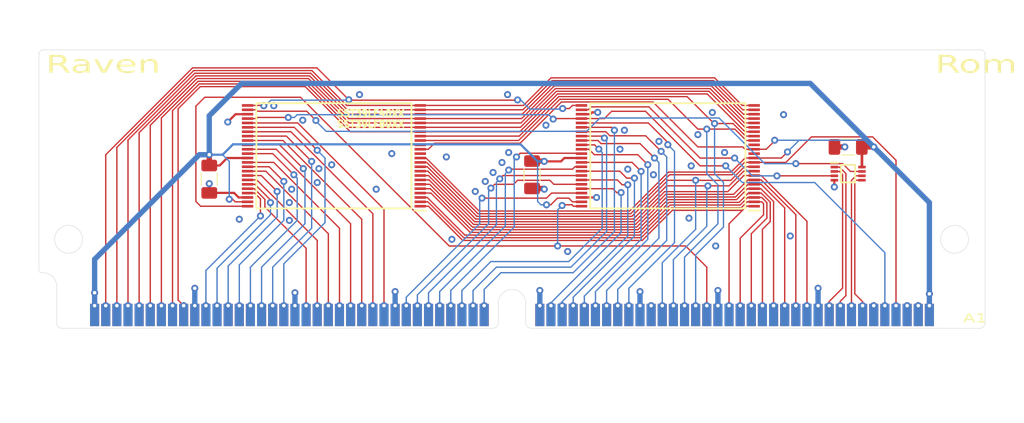
<source format=kicad_pcb>
(kicad_pcb (version 20241229) (generator "pcbnew") (generator_version "9.0")
  (title_block (title "Raven SMD ROM") (date "2025") (rev "A1") (company "Licensed under CERN-OHL-P v2") (comment 1 "Anders Granlund"))
  (layers (0 "F.Cu" signal) (4 "In1.Cu" signal) (6 "In2.Cu" signal) (2 "B.Cu" signal) (13 "F.Paste" user) (15 "B.Paste" user) (5 "F.SilkS" user "F.Silkscreen") (7 "B.SilkS" user "B.Silkscreen") (1 "F.Mask" user) (3 "B.Mask" user) (25 "Edge.Cuts" user))
  (net 0 "")
  (net 1 "A2")
  (net 2 "A3")
  (net 3 "A4")
  (net 4 "A5")
  (net 5 "A6")
  (net 6 "A7")
  (net 7 "A8")
  (net 8 "A9")
  (net 9 "A10")
  (net 10 "A11")
  (net 11 "A12")
  (net 12 "GND")
  (net 13 "D31")
  (net 14 "D30")
  (net 15 "D29")
  (net 16 "D28")
  (net 17 "D27")
  (net 18 "D26")
  (net 19 "D25")
  (net 20 "D24")
  (net 21 "D23")
  (net 22 "D22")
  (net 23 "D21")
  (net 24 "D20")
  (net 25 "D19")
  (net 26 "D18")
  (net 27 "D17")
  (net 28 "D16")
  (net 29 "D15")
  (net 30 "D14")
  (net 31 "D13")
  (net 32 "D12")
  (net 33 "D11")
  (net 34 "D10")
  (net 35 "D9")
  (net 36 "D8")
  (net 37 "D7")
  (net 38 "D6")
  (net 39 "D5")
  (net 40 "D4")
  (net 41 "D3")
  (net 42 "D2")
  (net 43 "D1")
  (net 44 "D0")
  (net 45 "A22")
  (net 46 "A21")
  (net 47 "A20")
  (net 48 "A19")
  (net 49 "A18")
  (net 50 "A17")
  (net 51 "A16")
  (net 52 "A15")
  (net 53 "A14")
  (net 54 "A13")
  (net 55 "~{CS1}")
  (net 56 "~{OE}")
  (net 57 "~{WE}")
  (net 58 "unconnected-(J1-nc-Pad67)")
  (net 59 "unconnected-(J1-nc-Pad70)")
  (net 60 "unconnected-(J1-nc-Pad71)")
  (net 61 "~{CS0}")
  (net 66 "~{BS1}")
  (net 67 "~{BS0}")
  (net 68 "~{BS3}")
  (net 69 "~{BS2}")
  (net 70 "VCC")
  (net 71 "unconnected-(J1-A21-Pad47)")
  (footprint "68k:SIMM72_edge" (layer "F.Cu") (at 51.0258 102.745)
    (property "Reference" "J1" (hide yes))
    (property "Value" "SIMM72" (hide yes))
    (fp_line (start 0 0) (end 0 6.096) (stroke (width 0.05)) (layer "Edge.Cuts"))
    (fp_line (start 0.254 6.35) (end 0.46 6.354793) (stroke (width 0.05)) (layer "Edge.Cuts"))
    (fp_line (start 2.03 12.065) (end 2.03 7.92) (stroke (width 0.05)) (layer "Edge.Cuts"))
    (fp_line (start 51.7652 12.7) (end 2.665 12.7) (stroke (width 0.05)) (layer "Edge.Cuts"))
    (fp_line (start 52.4002 12.065) (end 52.4002 9.8298) (stroke (width 0.05)) (layer "Edge.Cuts"))
    (fp_line (start 55.5498 12.065) (end 55.5498 9.8298) (stroke (width 0.05)) (layer "Edge.Cuts"))
    (fp_line (start 56.1848 12.7) (end 106.68 12.7) (stroke (width 0.05)) (layer "Edge.Cuts"))
    (fp_line (start 107.315 12.7) (end 106.68 12.7) (stroke (width 0.05)) (layer "Edge.Cuts"))
    (fp_line (start 107.95 0) (end 107.95 11.43) (stroke (width 0.05)) (layer "Edge.Cuts"))
    (fp_line (start 107.95 12.065) (end 107.95 11.43) (stroke (width 0.05)) (layer "Edge.Cuts"))
    (fp_arc (start 0.254 6.35) (mid 0.074395 6.275605) (end 0 6.096) (stroke (width 0.05)) (layer "Edge.Cuts"))
    (fp_arc (start 0.46 6.354793) (mid 1.568464 6.812942) (end 2.03 7.92) (stroke (width 0.05)) (layer "Edge.Cuts"))
    (fp_arc (start 2.665 12.7) (mid 2.215987 12.514013) (end 2.03 12.065) (stroke (width 0.05)) (layer "Edge.Cuts"))
    (fp_arc (start 52.4002 9.8298) (mid 53.975 8.255) (end 55.5498 9.8298) (stroke (width 0.05)) (layer "Edge.Cuts"))
    (fp_arc (start 52.4002 12.065) (mid 52.214213 12.514013) (end 51.7652 12.7) (stroke (width 0.05)) (layer "Edge.Cuts"))
    (fp_arc (start 56.1848 12.7) (mid 55.735787 12.514013) (end 55.5498 12.065) (stroke (width 0.05)) (layer "Edge.Cuts"))
    (fp_arc (start 107.95 12.065) (mid 107.764013 12.514013) (end 107.315 12.7) (stroke (width 0.05)) (layer "Edge.Cuts"))
    (fp_circle (center 3.38 2.54) (end 4.953 2.3114) (stroke (width 0.05)) (fill no) (layer "Edge.Cuts"))
    (fp_circle (center 104.4702 2.54) (end 106.0602 2.54) (stroke (width 0.05)) (fill no) (layer "Edge.Cuts"))
  )
  (footprint "68k:SOP50P2000X120-48N" (layer "F.Cu") (at 122.78 95.76 180)
    (property "Reference" "IC3" (hide yes))
    (property "Value" "SST39LFx01" (hide yes))
  )
  (footprint "Capacitor_SMD:C_1206_3216Metric_Pad1.33x1.80mm_HandSolder" (layer "F.Cu") (at 107.286 97.919 -90)
    (property "Reference" "C3" (hide yes))
    (property "Value" "0.1uF" (hide yes))
  )
  (footprint "68k:SOP50P310X90-8N" (layer "F.Cu") (at 143.354 97.792)
    (property "Reference" "IC1" (hide yes))
    (property "Value" "SN74LVC2G08DCUR" (hide yes))
  )
  (footprint "Capacitor_SMD:C_1206_3216Metric_Pad1.33x1.80mm_HandSolder" (layer "F.Cu") (at 70.456 98.427 -90)
    (property "Reference" "C1" (hide yes))
    (property "Value" "0.1uF" (hide yes))
  )
  (footprint "Capacitor_SMD:C_1206_3216Metric_Pad1.33x1.80mm_HandSolder" (layer "F.Cu") (at 143.354 94.744 180)
    (property "Reference" "C2" (hide yes))
    (property "Value" "0.1uF" (hide yes))
  )
  (footprint "68k:SOP50P2000X120-48N" (layer "F.Cu") (at 84.68 95.76 180)
    (property "Reference" "IC2" (hide yes))
    (property "Value" "SST39LFx01" (hide yes))
  )
  (gr_arc (start 51.025 84.1776) (mid 51.17379 83.81839) (end 51.533 83.6696) (stroke (width 0.05)) (layer "Edge.Cuts"))
  (gr_arc (start 158.467 83.6696) (mid 158.82621 83.81839) (end 158.975 84.1776) (stroke (width 0.05)) (layer "Edge.Cuts"))
  (gr_line (start 158.975 84.1776) (end 158.9758 102.745) (stroke (width 0.05)) (layer "Edge.Cuts"))
  (gr_line (start 51.025 84.1776) (end 51.0258 102.745) (stroke (width 0.05)) (layer "Edge.Cuts"))
  (gr_line (start 158.467 83.6696) (end 51.533 83.6696) (stroke (width 0.05)) (layer "Edge.Cuts"))
  (gr_text "Rom" (at 153.26 86.616 0) (layer "F.SilkS") (effects (font (size 2 3)) (justify left bottom)))
  (gr_text "SST39LF40XX\nSST39LF80XX\n" (at 84.934 92.585 0) (layer "F.SilkS") (effects (font (size 0.762 0.762) (thickness 0.1905) (bold yes)) (justify left bottom)))
  (gr_text "Raven" (at 51.787 86.616 0) (layer "F.SilkS") (effects (font (size 2 3)) (justify left bottom)))
  (gr_text "A1" (at 156.435 114.937 0) (layer "F.SilkS") (effects (font (size 1 1.5)) (justify left bottom)))
  (segment (start 111.893 90.01) (end 112.93 90.01) (width 0.1524) (layer "F.Cu") (net 1))
  (segment (start 76.644 90.01) (end 74.83 90.01) (width 0.1524) (layer "F.Cu") (net 1))
  (segment (start 82.743632 85.727) (end 68.551 85.727) (width 0.1524) (layer "F.Cu") (net 1))
  (segment (start 105.635 89.3819) (end 105.6069 89.41) (width 0.1524) (layer "F.Cu") (net 1))
  (segment (start 86.378816 89.362184) (end 82.743632 85.727) (width 0.1524) (layer "F.Cu") (net 1))
  (segment (start 111.540866 90.362134) (end 111.893 90.01) (width 0.1524) (layer "F.Cu") (net 1))
  (segment (start 76.679 90.045) (end 76.644 90.01) (width 0.1524) (layer "F.Cu") (net 1))
  (segment (start 68.551 85.727) (end 58.645 95.633) (width 0.1524) (layer "F.Cu") (net 1))
  (segment (start 110.778134 90.362134) (end 111.540866 90.362134) (width 0.1524) (layer "F.Cu") (net 1))
  (segment (start 86.378816 89.362184) (end 86.426632 89.41) (width 0.1524) (layer "F.Cu") (net 1))
  (segment (start 86.426632 89.41) (end 105.6069 89.41) (width 0.1524) (layer "F.Cu") (net 1))
  (segment (start 58.645 95.633) (end 58.645 112.8542) (width 0.1524) (layer "F.Cu") (net 1))
  (via (at 58.645 112.8542) (size 0.8) (drill 0.4) (layers "F.Cu" "B.Cu") (net 1))
  (via (at 86.378816 89.362184) (size 0.8) (drill 0.4) (layers "F.Cu" "B.Cu") (net 1))
  (via (at 76.679 90.045) (size 0.8) (drill 0.4) (layers "F.Cu" "B.Cu") (net 1))
  (via (at 105.635 89.3819) (size 0.8) (drill 0.4) (layers "F.Cu" "B.Cu") (net 1))
  (via (at 110.778134 90.362134) (size 0.8) (drill 0.4) (layers "F.Cu" "B.Cu") (net 1))
  (segment (start 86.378816 89.362184) (end 86.331 89.41) (width 0.1524) (layer "B.Cu") (net 1))
  (segment (start 105.9879 89.3819) (end 105.635 89.3819) (width 0.1524) (layer "B.Cu") (net 1))
  (segment (start 76.865 90.045) (end 76.679 90.045) (width 0.1524) (layer "B.Cu") (net 1))
  (segment (start 110.778134 90.362134) (end 110.714268 90.426) (width 0.1524) (layer "B.Cu") (net 1))
  (segment (start 110.714268 90.426) (end 107.032 90.426) (width 0.1524) (layer "B.Cu") (net 1))
  (segment (start 86.331 89.41) (end 77.5 89.41) (width 0.1524) (layer "B.Cu") (net 1))
  (segment (start 77.5 89.41) (end 76.865 90.045) (width 0.1524) (layer "B.Cu") (net 1))
  (segment (start 107.032 90.426) (end 105.9879 89.3819) (width 0.1524) (layer "B.Cu") (net 1))
  (segment (start 131.265578 90.01) (end 132.63 90.01) (width 0.1524) (layer "F.Cu") (net 2))
  (segment (start 82.160164 86.0318) (end 86.138364 90.01) (width 0.1524) (layer "F.Cu") (net 2))
  (segment (start 59.915 94.794052) (end 68.677252 86.0318) (width 0.1524) (layer "F.Cu") (net 2))
  (segment (start 128.125578 86.87) (end 131.265578 90.01) (width 0.1524) (layer "F.Cu") (net 2))
  (segment (start 68.677252 86.0318) (end 82.160164 86.0318) (width 0.1524) (layer "F.Cu") (net 2))
  (segment (start 86.138364 90.01) (end 94.53 90.01) (width 0.1524) (layer "F.Cu") (net 2))
  (segment (start 109.445 86.87) (end 128.125578 86.87) (width 0.1524) (layer "F.Cu") (net 2))
  (segment (start 59.915 112.8542) (end 59.915 94.794052) (width 0.1524) (layer "F.Cu") (net 2))
  (segment (start 94.53 90.01) (end 106.305 90.01) (width 0.1524) (layer "F.Cu") (net 2))
  (segment (start 106.305 90.01) (end 109.445 86.87) (width 0.1524) (layer "F.Cu") (net 2))
  (via (at 59.915 112.8542) (size 0.8) (drill 0.4) (layers "F.Cu" "B.Cu") (net 2))
  (segment (start 132.63 90.51) (end 131.334526 90.51) (width 0.1524) (layer "F.Cu") (net 3))
  (segment (start 61.185 93.955104) (end 61.185 112.8542) (width 0.1524) (layer "F.Cu") (net 3))
  (segment (start 94.53 90.51) (end 86.207312 90.51) (width 0.1524) (layer "F.Cu") (net 3))
  (segment (start 68.803504 86.3366) (end 61.185 93.955104) (width 0.1524) (layer "F.Cu") (net 3))
  (segment (start 82.033912 86.3366) (end 68.803504 86.3366) (width 0.1524) (layer "F.Cu") (net 3))
  (segment (start 86.207312 90.51) (end 82.033912 86.3366) (width 0.1524) (layer "F.Cu") (net 3))
  (segment (start 131.334526 90.51) (end 127.999326 87.1748) (width 0.1524) (layer "F.Cu") (net 3))
  (segment (start 109.571252 87.1748) (end 106.236052 90.51) (width 0.1524) (layer "F.Cu") (net 3))
  (segment (start 127.999326 87.1748) (end 109.571252 87.1748) (width 0.1524) (layer "F.Cu") (net 3))
  (segment (start 106.236052 90.51) (end 94.53 90.51) (width 0.1524) (layer "F.Cu") (net 3))
  (via (at 61.185 112.8542) (size 0.8) (drill 0.4) (layers "F.Cu" "B.Cu") (net 3))
  (segment (start 106.167104 91.01) (end 109.697504 87.4796) (width 0.1524) (layer "F.Cu") (net 4))
  (segment (start 62.455 93.116156) (end 68.929756 86.6414) (width 0.1524) (layer "F.Cu") (net 4))
  (segment (start 94.53 91.01) (end 106.167104 91.01) (width 0.1524) (layer "F.Cu") (net 4))
  (segment (start 62.455 112.8542) (end 62.455 93.116156) (width 0.1524) (layer "F.Cu") (net 4))
  (segment (start 81.90766 86.6414) (end 86.27626 91.01) (width 0.1524) (layer "F.Cu") (net 4))
  (segment (start 131.403474 91.01) (end 132.63 91.01) (width 0.1524) (layer "F.Cu") (net 4))
  (segment (start 109.697504 87.4796) (end 127.873074 87.4796) (width 0.1524) (layer "F.Cu") (net 4))
  (segment (start 86.27626 91.01) (end 94.53 91.01) (width 0.1524) (layer "F.Cu") (net 4))
  (segment (start 127.873074 87.4796) (end 131.403474 91.01) (width 0.1524) (layer "F.Cu") (net 4))
  (segment (start 68.929756 86.6414) (end 81.90766 86.6414) (width 0.1524) (layer "F.Cu") (net 4))
  (via (at 62.455 112.8542) (size 0.8) (drill 0.4) (layers "F.Cu" "B.Cu") (net 4))
  (segment (start 69.056008 86.9462) (end 63.725 92.277208) (width 0.1524) (layer "F.Cu") (net 5))
  (segment (start 132.63 91.51) (end 131.472422 91.51) (width 0.1524) (layer "F.Cu") (net 5))
  (segment (start 63.725 92.277208) (end 63.725 112.8542) (width 0.1524) (layer "F.Cu") (net 5))
  (segment (start 94.53 91.51) (end 86.345208 91.51) (width 0.1524) (layer "F.Cu") (net 5))
  (segment (start 109.823756 87.7844) (end 106.098156 91.51) (width 0.1524) (layer "F.Cu") (net 5))
  (segment (start 86.345208 91.51) (end 81.781408 86.9462) (width 0.1524) (layer "F.Cu") (net 5))
  (segment (start 131.472422 91.51) (end 127.746822 87.7844) (width 0.1524) (layer "F.Cu") (net 5))
  (segment (start 127.746822 87.7844) (end 109.823756 87.7844) (width 0.1524) (layer "F.Cu") (net 5))
  (segment (start 106.098156 91.51) (end 94.53 91.51) (width 0.1524) (layer "F.Cu") (net 5))
  (segment (start 81.781408 86.9462) (end 69.056008 86.9462) (width 0.1524) (layer "F.Cu") (net 5))
  (via (at 63.725 112.8542) (size 0.8) (drill 0.4) (layers "F.Cu" "B.Cu") (net 5))
  (segment (start 109.950008 88.0892) (end 127.605252 88.0892) (width 0.1524) (layer "F.Cu") (net 6))
  (segment (start 81.655156 87.251) (end 86.414156 92.01) (width 0.1524) (layer "F.Cu") (net 6))
  (segment (start 64.995 91.442) (end 69.186 87.251) (width 0.1524) (layer "F.Cu") (net 6))
  (segment (start 86.414156 92.01) (end 94.53 92.01) (width 0.1524) (layer "F.Cu") (net 6))
  (segment (start 69.186 87.251) (end 81.655156 87.251) (width 0.1524) (layer "F.Cu") (net 6))
  (segment (start 106.029208 92.01) (end 109.950008 88.0892) (width 0.1524) (layer "F.Cu") (net 6))
  (segment (start 127.605252 88.0892) (end 131.526052 92.01) (width 0.1524) (layer "F.Cu") (net 6))
  (segment (start 131.526052 92.01) (end 132.63 92.01) (width 0.1524) (layer "F.Cu") (net 6))
  (segment (start 94.53 92.01) (end 106.029208 92.01) (width 0.1524) (layer "F.Cu") (net 6))
  (segment (start 64.995 112.8542) (end 64.995 91.442) (width 0.1524) (layer "F.Cu") (net 6))
  (via (at 64.995 112.8542) (size 0.8) (drill 0.4) (layers "F.Cu" "B.Cu") (net 6))
  (segment (start 131.595 92.51) (end 127.479 88.394) (width 0.1524) (layer "F.Cu") (net 7))
  (segment (start 86.483104 92.51) (end 81.528904 87.5558) (width 0.1524) (layer "F.Cu") (net 7))
  (segment (start 81.528904 87.5558) (end 69.312252 87.5558) (width 0.1524) (layer "F.Cu") (net 7))
  (segment (start 66.265 90.603052) (end 66.265 112.8542) (width 0.1524) (layer "F.Cu") (net 7))
  (segment (start 110.07626 88.394) (end 105.96026 92.51) (width 0.1524) (layer "F.Cu") (net 7))
  (segment (start 105.96026 92.51) (end 94.53 92.51) (width 0.1524) (layer "F.Cu") (net 7))
  (segment (start 132.63 92.51) (end 131.595 92.51) (width 0.1524) (layer "F.Cu") (net 7))
  (segment (start 94.53 92.51) (end 86.483104 92.51) (width 0.1524) (layer "F.Cu") (net 7))
  (segment (start 127.479 88.394) (end 110.07626 88.394) (width 0.1524) (layer "F.Cu") (net 7))
  (segment (start 69.312252 87.5558) (end 66.265 90.603052) (width 0.1524) (layer "F.Cu") (net 7))
  (via (at 66.265 112.8542) (size 0.8) (drill 0.4) (layers "F.Cu" "B.Cu") (net 7))
  (segment (start 67.535 112.8542) (end 66.9 112.2192) (width 0.1524) (layer "F.Cu") (net 8))
  (segment (start 69.438504 87.8606) (end 81.402652 87.8606) (width 0.1524) (layer "F.Cu") (net 8))
  (segment (start 94.53 93.01) (end 105.891312 93.01) (width 0.1524) (layer "F.Cu") (net 8))
  (segment (start 66.9 112.2192) (end 66.9 90.399104) (width 0.1524) (layer "F.Cu") (net 8))
  (segment (start 127.2758 88.6988) (end 131.587 93.01) (width 0.1524) (layer "F.Cu") (net 8))
  (segment (start 86.552052 93.01) (end 94.53 93.01) (width 0.1524) (layer "F.Cu") (net 8))
  (segment (start 66.9 90.399104) (end 69.438504 87.8606) (width 0.1524) (layer "F.Cu") (net 8))
  (segment (start 131.587 93.01) (end 132.63 93.01) (width 0.1524) (layer "F.Cu") (net 8))
  (segment (start 110.202512 88.6988) (end 127.2758 88.6988) (width 0.1524) (layer "F.Cu") (net 8))
  (segment (start 81.402652 87.8606) (end 86.552052 93.01) (width 0.1524) (layer "F.Cu") (net 8))
  (segment (start 105.891312 93.01) (end 110.202512 88.6988) (width 0.1524) (layer "F.Cu") (net 8))
  (via (at 67.535 112.8542) (size 0.8) (drill 0.4) (layers "F.Cu" "B.Cu") (net 8))
  (segment (start 133.4324 98.01) (end 138.655 103.2326) (width 0.1524) (layer "F.Cu") (net 9))
  (segment (start 131.452 98.01) (end 132.63 98.01) (width 0.1524) (layer "F.Cu") (net 9))
  (segment (start 122.404236 99.8494) (end 129.6126 99.8494) (width 0.1524) (layer "F.Cu") (net 9))
  (segment (start 94.53 98.01) (end 95.470296 98.01) (width 0.1524) (layer "F.Cu") (net 9))
  (segment (start 100.738696 103.2784) (end 118.975236 103.2784) (width 0.1524) (layer "F.Cu") (net 9))
  (segment (start 118.975236 103.2784) (end 122.404236 99.8494) (width 0.1524) (layer "F.Cu") (net 9))
  (segment (start 95.470296 98.01) (end 100.738696 103.2784) (width 0.1524) (layer "F.Cu") (net 9))
  (segment (start 138.655 103.2326) (end 138.655 112.8542) (width 0.1524) (layer "F.Cu") (net 9))
  (segment (start 132.63 98.01) (end 133.4324 98.01) (width 0.1524) (layer "F.Cu") (net 9))
  (segment (start 129.6126 99.8494) (end 131.452 98.01) (width 0.1524) (layer "F.Cu") (net 9))
  (via (at 138.655 112.8542) (size 0.8) (drill 0.4) (layers "F.Cu" "B.Cu") (net 9))
  (segment (start 132.63 98.51) (end 133.4324 98.51) (width 0.1524) (layer "F.Cu") (net 10))
  (segment (start 133.4324 98.51) (end 137.385 102.4626) (width 0.1524) (layer "F.Cu") (net 10))
  (segment (start 119.101488 103.5832) (end 100.612444 103.5832) (width 0.1524) (layer "F.Cu") (net 10))
  (segment (start 130.2782 100.1542) (end 122.530488 100.1542) (width 0.1524) (layer "F.Cu") (net 10))
  (segment (start 137.385 102.4626) (end 137.385 112.8542) (width 0.1524) (layer "F.Cu") (net 10))
  (segment (start 131.9224 98.51) (end 130.2782 100.1542) (width 0.1524) (layer "F.Cu") (net 10))
  (segment (start 122.530488 100.1542) (end 119.101488 103.5832) (width 0.1524) (layer "F.Cu") (net 10))
  (segment (start 95.539244 98.51) (end 94.53 98.51) (width 0.1524) (layer "F.Cu") (net 10))
  (segment (start 132.63 98.51) (end 131.9224 98.51) (width 0.1524) (layer "F.Cu") (net 10))
  (segment (start 100.612444 103.5832) (end 95.539244 98.51) (width 0.1524) (layer "F.Cu") (net 10))
  (via (at 137.385 112.8542) (size 0.8) (drill 0.4) (layers "F.Cu" "B.Cu") (net 10))
  (segment (start 100.486192 103.888) (end 119.22774 103.888) (width 0.1524) (layer "F.Cu") (net 11))
  (segment (start 119.22774 103.888) (end 122.65674 100.459) (width 0.1524) (layer "F.Cu") (net 11))
  (segment (start 94.53 99.01) (end 95.608192 99.01) (width 0.1524) (layer "F.Cu") (net 11))
  (segment (start 95.608192 99.01) (end 100.486192 103.888) (width 0.1524) (layer "F.Cu") (net 11))
  (segment (start 133.4324 99.01) (end 136.115 101.6926) (width 0.1524) (layer "F.Cu") (net 11))
  (segment (start 122.65674 100.459) (end 130.492748 100.459) (width 0.1524) (layer "F.Cu") (net 11))
  (segment (start 132.63 99.01) (end 133.4324 99.01) (width 0.1524) (layer "F.Cu") (net 11))
  (segment (start 131.941748 99.01) (end 132.63 99.01) (width 0.1524) (layer "F.Cu") (net 11))
  (segment (start 130.492748 100.459) (end 131.941748 99.01) (width 0.1524) (layer "F.Cu") (net 11))
  (segment (start 136.115 101.6926) (end 136.115 112.8542) (width 0.1524) (layer "F.Cu") (net 11))
  (via (at 136.115 112.8542) (size 0.8) (drill 0.4) (layers "F.Cu" "B.Cu") (net 11))
  (segment (start 114.1509 90.8001) (end 113.941 91.01) (width 0.254) (layer "F.Cu") (net 12))
  (segment (start 141.7915 94.744) (end 142.973 94.744) (width 0.6096) (layer "F.Cu") (net 12))
  (segment (start 141.779 99.316) (end 141.779 98.542) (width 0.254) (layer "F.Cu") (net 12))
  (segment (start 74.83 91.01) (end 73.461068 91.01) (width 0.254) (layer "F.Cu") (net 12))
  (segment (start 107.286 99.4815) (end 108.5945 99.4815) (width 0.6096) (layer "F.Cu") (net 12))
  (segment (start 74.83 100.51) (end 73.809 100.51) (width 0.254) (layer "F.Cu") (net 12))
  (segment (start 70.456 99.9895) (end 70.456 98.935) (width 0.254) (layer "F.Cu") (net 12))
  (segment (start 108.5945 99.4815) (end 108.683 99.57) (width 0.254) (layer "F.Cu") (net 12))
  (segment (start 73.2885 99.9895) (end 70.456 99.9895) (width 0.254) (layer "F.Cu") (net 12))
  (segment (start 73.809 100.51) (end 73.2885 99.9895) (width 0.254) (layer "F.Cu") (net 12))
  (segment (start 114.779 90.8001) (end 114.1509 90.8001) (width 0.254) (layer "F.Cu") (net 12))
  (segment (start 73.461068 91.01) (end 72.568034 91.903034) (width 0.254) (layer "F.Cu") (net 12))
  (segment (start 114.6518 100.51) (end 114.652 100.5098) (width 0.254) (layer "F.Cu") (net 12))
  (segment (start 112.93 100.51) (end 114.6518 100.51) (width 0.254) (layer "F.Cu") (net 12))
  (segment (start 113.941 91.01) (end 112.93 91.01) (width 0.254) (layer "F.Cu") (net 12))
  (via (at 101.952 98.681) (size 0.8) (drill 0.4) (layers "F.Cu" "B.Cu") (net 12))
  (via (at 121.764 94.109) (size 0.8) (drill 0.4) (layers "F.Cu" "B.Cu") (net 12))
  (via (at 127.86 90.8139) (size 0.8) (drill 0.4) (layers "F.Cu" "B.Cu") (net 12))
  (via (at 108.175 111.127) (size 0.8) (drill 0.4) (layers "F.Cu" "B.Cu") (net 12))
  (via (at 142.973 94.744) (size 0.8) (drill 0.4) (layers "F.Cu" "B.Cu") (net 12))
  (via (at 79.5931 101.094) (size 0.8) (drill 0.4) (layers "F.Cu" "B.Cu") (net 12))
  (via (at 114.779 90.8001) (size 0.8) (drill 0.4) (layers "F.Cu" "B.Cu") (net 12))
  (via (at 68.805 110.873) (size 0.8) (drill 0.4) (layers "F.Cu" "B.Cu") (net 12))
  (via (at 128.495 112.8542) (size 0.8) (drill 0.4) (layers "F.Cu" "B.Cu") (net 12))
  (via (at 121.1359 97.919) (size 0.8) (drill 0.4) (layers "F.Cu" "B.Cu") (net 12))
  (via (at 68.805 112.8542) (size 0.8) (drill 0.4) (layers "F.Cu" "B.Cu") (net 12))
  (via (at 126.209 93.3401) (size 0.8) (drill 0.4) (layers "F.Cu" "B.Cu") (net 12))
  (via (at 128.495 111.127) (size 0.8) (drill 0.4) (layers "F.Cu" "B.Cu") (net 12))
  (via (at 70.456 98.935) (size 0.8) (drill 0.4) (layers "F.Cu" "B.Cu") (net 12))
  (via (at 80.235 111.381) (size 0.8) (drill 0.4) (layers "F.Cu" "B.Cu") (net 12))
  (via (at 111.35 106.6751) (size 0.8) (drill 0.4) (layers "F.Cu" "B.Cu") (net 12))
  (via (at 73.885 102.999) (size 0.8) (drill 0.4) (layers "F.Cu" "B.Cu") (net 12))
  (via (at 135.988 91.061) (size 0.8) (drill 0.4) (layers "F.Cu" "B.Cu") (net 12))
  (via (at 77.822 90.045) (size 0.8) (drill 0.4) (layers "F.Cu" "B.Cu") (net 12))
  (via (at 125.447 96.903) (size 0.8) (drill 0.4) (layers "F.Cu" "B.Cu") (net 12))
  (via (at 141.779 99.316) (size 0.8) (drill 0.4) (layers "F.Cu" "B.Cu") (net 12))
  (via (at 82.775 98.808) (size 0.8) (drill 0.4) (layers "F.Cu" "B.Cu") (net 12))
  (via (at 139.925 110.873) (size 0.8) (drill 0.4) (layers "F.Cu" "B.Cu") (net 12))
  (via (at 104.492 88.775) (size 0.8) (drill 0.4) (layers "F.Cu" "B.Cu") (net 12))
  (via (at 97.507 95.887) (size 0.8) (drill 0.4) (layers "F.Cu" "B.Cu") (net 12))
  (via (at 125.193 102.872) (size 0.8) (drill 0.4) (layers "F.Cu" "B.Cu") (net 12))
  (via (at 91.665 112.8542) (size 0.8) (drill 0.4) (layers "F.Cu" "B.Cu") (net 12))
  (via (at 114.652 100.5098) (size 0.8) (drill 0.4) (layers "F.Cu" "B.Cu") (net 12))
  (via (at 129.257 95.379) (size 0.8) (drill 0.4) (layers "F.Cu" "B.Cu") (net 12))
  (via (at 72.568034 91.903034) (size 0.8) (drill 0.4) (layers "F.Cu" "B.Cu") (net 12))
  (via (at 108.175 112.8542) (size 0.8) (drill 0.4) (layers "F.Cu" "B.Cu") (net 12))
  (via (at 89.506 99.57) (size 0.8) (drill 0.4) (layers "F.Cu" "B.Cu") (net 12))
  (via (at 79.5931 103.126) (size 0.8) (drill 0.4) (layers "F.Cu" "B.Cu") (net 12))
  (via (at 117.319 95.0049) (size 0.8) (drill 0.4) (layers "F.Cu" "B.Cu") (net 12))
  (via (at 81.124 91.6955) (size 0.8) (drill 0.4) (layers "F.Cu" "B.Cu") (net 12))
  (via (at 139.925 112.8542) (size 0.8) (drill 0.4) (layers "F.Cu" "B.Cu") (net 12))
  (via (at 91.665 111.254) (size 0.8) (drill 0.4) (layers "F.Cu" "B.Cu") (net 12))
  (via (at 108.683 99.57) (size 0.8) (drill 0.4) (layers "F.Cu" "B.Cu") (net 12))
  (via (at 79.8609 99.57) (size 0.8) (drill 0.4) (layers "F.Cu" "B.Cu") (net 12))
  (via (at 91.284 95.506) (size 0.8) (drill 0.4) (layers "F.Cu" "B.Cu") (net 12))
  (via (at 118.208 97.284) (size 0.8) (drill 0.4) (layers "F.Cu" "B.Cu") (net 12))
  (via (at 87.601 88.775) (size 0.8) (drill 0.4) (layers "F.Cu" "B.Cu") (net 12))
  (via (at 98.142 105.285) (size 0.8) (drill 0.4) (layers "F.Cu" "B.Cu") (net 12))
  (via (at 128.241 106.047) (size 0.8) (drill 0.4) (layers "F.Cu" "B.Cu") (net 12))
  (via (at 100.809 99.824) (size 0.8) (drill 0.4) (layers "F.Cu" "B.Cu") (net 12))
  (via (at 102.841 97.665) (size 0.8) (drill 0.4) (layers "F.Cu" "B.Cu") (net 12))
  (via (at 119.605 112.8542) (size 0.8) (drill 0.4) (layers "F.Cu" "B.Cu") (net 12))
  (via (at 104.619 95.379) (size 0.8) (drill 0.4) (layers "F.Cu" "B.Cu") (net 12))
  (via (at 80.235 112.8542) (size 0.8) (drill 0.4) (layers "F.Cu" "B.Cu") (net 12))
  (via (at 136.75 104.904) (size 0.8) (drill 0.4) (layers "F.Cu" "B.Cu") (net 12))
  (via (at 82.965134 97.220866) (size 0.8) (drill 0.4) (layers "F.Cu" "B.Cu") (net 12))
  (via (at 108.873134 92.267134) (size 0.8) (drill 0.4) (layers "F.Cu" "B.Cu") (net 12))
  (via (at 84.425634 96.776366) (size 0.8) (drill 0.4) (layers "F.Cu" "B.Cu") (net 12))
  (via (at 103.857 96.522) (size 0.8) (drill 0.4) (layers "F.Cu" "B.Cu") (net 12))
  (via (at 119.605 111.254) (size 0.8) (drill 0.4) (layers "F.Cu" "B.Cu") (net 12))
  (via (at 117.827 92.839) (size 0.8) (drill 0.4) (layers "F.Cu" "B.Cu") (net 12))
  (segment (start 80.235 111.381) (end 80.235 112.8542) (width 0.6096) (layer "B.Cu") (net 12))
  (segment (start 128.495 112.8542) (end 128.495 111.127) (width 0.6096) (layer "B.Cu") (net 12))
  (segment (start 108.175 111.127) (end 108.175 112.8542) (width 0.6096) (layer "B.Cu") (net 12))
  (segment (start 119.605 111.254) (end 119.605 112.8542) (width 0.6096) (layer "B.Cu") (net 12))
  (segment (start 91.665 111.254) (end 91.665 112.8542) (width 0.6096) (layer "B.Cu") (net 12))
  (segment (start 139.925 110.873) (end 139.925 112.8542) (width 0.6096) (layer "B.Cu") (net 12))
  (segment (start 68.805 110.873) (end 68.805 112.8542) (width 0.6096) (layer "B.Cu") (net 12))
  (segment (start 75.6324 100.01) (end 76.298 100.6756) (width 0.1524) (layer "F.Cu") (net 13))
  (segment (start 76.298 100.6756) (end 76.298 102.618) (width 0.1524) (layer "F.Cu") (net 13))
  (segment (start 74.83 100.01) (end 75.6324 100.01) (width 0.1524) (layer "F.Cu") (net 13))
  (via (at 70.075 112.8542) (size 0.8) (drill 0.4) (layers "F.Cu" "B.Cu") (net 13))
  (via (at 76.298 102.618) (size 0.8) (drill 0.4) (layers "F.Cu" "B.Cu") (net 13))
  (segment (start 76.298 102.618) (end 70.075 108.841) (width 0.1524) (layer "B.Cu") (net 13))
  (segment (start 70.075 108.841) (end 70.075 112.8542) (width 0.1524) (layer "B.Cu") (net 13))
  (segment (start 77.441 100.789948) (end 77.441 101.094) (width 0.1524) (layer "F.Cu") (net 14))
  (segment (start 75.661052 99.01) (end 77.441 100.789948) (width 0.1524) (layer "F.Cu") (net 14))
  (segment (start 74.83 99.01) (end 75.661052 99.01) (width 0.1524) (layer "F.Cu") (net 14))
  (via (at 77.441 101.094) (size 0.8) (drill 0.4) (layers "F.Cu" "B.Cu") (net 14))
  (via (at 71.345 112.8542) (size 0.8) (drill 0.4) (layers "F.Cu" "B.Cu") (net 14))
  (segment (start 77.441 102.491) (end 71.345 108.587) (width 0.1524) (layer "B.Cu") (net 14))
  (segment (start 77.441 101.094) (end 77.441 102.491) (width 0.1524) (layer "B.Cu") (net 14))
  (segment (start 71.345 108.587) (end 71.345 112.8542) (width 0.1524) (layer "B.Cu") (net 14))
  (segment (start 76.389 98.01) (end 74.83 98.01) (width 0.1524) (layer "F.Cu") (net 15))
  (segment (start 78.203 99.824) (end 76.389 98.01) (width 0.1524) (layer "F.Cu") (net 15))
  (via (at 72.615 112.8542) (size 0.8) (drill 0.4) (layers "F.Cu" "B.Cu") (net 15))
  (via (at 78.203 99.824) (size 0.8) (drill 0.4) (layers "F.Cu" "B.Cu") (net 15))
  (segment (start 78.203 102.745) (end 72.615 108.333) (width 0.1524) (layer "B.Cu") (net 15))
  (segment (start 72.615 108.333) (end 72.615 112.8542) (width 0.1524) (layer "B.Cu") (net 15))
  (segment (start 78.203 99.824) (end 78.203 102.745) (width 0.1524) (layer "B.Cu") (net 15))
  (segment (start 77.294 97.01) (end 74.83 97.01) (width 0.1524) (layer "F.Cu") (net 16))
  (segment (start 78.965 98.681) (end 77.294 97.01) (width 0.1524) (layer "F.Cu") (net 16))
  (via (at 73.885 112.8542) (size 0.8) (drill 0.4) (layers "F.Cu" "B.Cu") (net 16))
  (via (at 78.965 98.681) (size 0.8) (drill 0.4) (layers "F.Cu" "B.Cu") (net 16))
  (segment (start 78.965 98.681) (end 78.965 103.126) (width 0.1524) (layer "B.Cu") (net 16))
  (segment (start 78.965 103.126) (end 73.885 108.206) (width 0.1524) (layer "B.Cu") (net 16))
  (segment (start 73.885 108.206) (end 73.885 112.8542) (width 0.1524) (layer "B.Cu") (net 16))
  (segment (start 77.699732 95.51) (end 74.83 95.51) (width 0.1524) (layer "F.Cu") (net 17))
  (segment (start 80.108366 97.918634) (end 77.699732 95.51) (width 0.1524) (layer "F.Cu") (net 17))
  (via (at 80.108366 97.918634) (size 0.8) (drill 0.4) (layers "F.Cu" "B.Cu") (net 17))
  (via (at 75.155 112.8542) (size 0.8) (drill 0.4) (layers "F.Cu" "B.Cu") (net 17))
  (segment (start 80.489 103.126) (end 75.155 108.46) (width 0.1524) (layer "B.Cu") (net 17))
  (segment (start 80.108366 97.918634) (end 80.489 98.299268) (width 0.1524) (layer "B.Cu") (net 17))
  (segment (start 80.489 98.299268) (end 80.489 103.126) (width 0.1524) (layer "B.Cu") (net 17))
  (segment (start 75.155 108.46) (end 75.155 112.8542) (width 0.1524) (layer "B.Cu") (net 17))
  (segment (start 78.477732 94.51) (end 74.83 94.51) (width 0.1524) (layer "F.Cu") (net 18))
  (segment (start 81.187866 97.220134) (end 78.477732 94.51) (width 0.1524) (layer "F.Cu") (net 18))
  (via (at 81.187866 97.220134) (size 0.8) (drill 0.4) (layers "F.Cu" "B.Cu") (net 18))
  (via (at 76.425 112.8542) (size 0.8) (drill 0.4) (layers "F.Cu" "B.Cu") (net 18))
  (segment (start 81.378 97.410268) (end 81.378 103.507) (width 0.1524) (layer "B.Cu") (net 18))
  (segment (start 81.378 103.507) (end 76.425 108.46) (width 0.1524) (layer "B.Cu") (net 18))
  (segment (start 81.187866 97.220134) (end 81.378 97.410268) (width 0.1524) (layer "B.Cu") (net 18))
  (segment (start 76.425 108.46) (end 76.425 112.8542) (width 0.1524) (layer "B.Cu") (net 18))
  (segment (start 79.254268 93.51) (end 74.83 93.51) (width 0.1524) (layer "F.Cu") (net 19))
  (segment (start 82.139268 96.395) (end 79.254268 93.51) (width 0.1524) (layer "F.Cu") (net 19))
  (segment (start 82.14 96.395) (end 82.139268 96.395) (width 0.1524) (layer "F.Cu") (net 19))
  (via (at 82.14 96.395) (size 0.8) (drill 0.4) (layers "F.Cu" "B.Cu") (net 19))
  (via (at 77.695 112.8542) (size 0.8) (drill 0.4) (layers "F.Cu" "B.Cu") (net 19))
  (segment (start 82.14 96.395) (end 82.14 104.015) (width 0.1524) (layer "B.Cu") (net 19))
  (segment (start 82.14 104.015) (end 77.695 108.46) (width 0.1524) (layer "B.Cu") (net 19))
  (segment (start 77.695 108.46) (end 77.695 112.8542) (width 0.1524) (layer "B.Cu") (net 19))
  (segment (start 80.159268 92.51) (end 74.83 92.51) (width 0.1524) (layer "F.Cu") (net 20))
  (segment (start 82.774634 95.125366) (end 80.159268 92.51) (width 0.1524) (layer "F.Cu") (net 20))
  (via (at 78.965 112.8542) (size 0.8) (drill 0.4) (layers "F.Cu" "B.Cu") (net 20))
  (via (at 82.774634 95.125366) (size 0.8) (drill 0.4) (layers "F.Cu" "B.Cu") (net 20))
  (segment (start 83.664 103.38) (end 78.965 108.079) (width 0.1524) (layer "B.Cu") (net 20))
  (segment (start 78.965 108.079) (end 78.965 112.8542) (width 0.1524) (layer "B.Cu") (net 20))
  (segment (start 82.774634 95.125366) (end 83.664 96.014732) (width 0.1524) (layer "B.Cu") (net 20))
  (segment (start 83.664 96.014732) (end 83.664 103.38) (width 0.1524) (layer "B.Cu") (net 20))
  (segment (start 81.505 112.8542) (end 81.505 106.301) (width 0.1524) (layer "F.Cu") (net 21))
  (segment (start 75.5872 99.51) (end 74.83 99.51) (width 0.1524) (layer "F.Cu") (net 21))
  (segment (start 76.806 100.7288) (end 75.5872 99.51) (width 0.1524) (layer "F.Cu") (net 21))
  (segment (start 81.505 106.301) (end 76.806 101.602) (width 0.1524) (layer "F.Cu") (net 21))
  (segment (start 76.806 101.602) (end 76.806 100.7288) (width 0.1524) (layer "F.Cu") (net 21))
  (via (at 81.505 112.8542) (size 0.8) (drill 0.4) (layers "F.Cu" "B.Cu") (net 21))
  (segment (start 82.775 105.412) (end 75.873 98.51) (width 0.1524) (layer "F.Cu") (net 22))
  (segment (start 75.873 98.51) (end 74.83 98.51) (width 0.1524) (layer "F.Cu") (net 22))
  (segment (start 82.775 112.8542) (end 82.775 105.412) (width 0.1524) (layer "F.Cu") (net 22))
  (via (at 82.775 112.8542) (size 0.8) (drill 0.4) (layers "F.Cu" "B.Cu") (net 22))
  (segment (start 84.045 104.65) (end 76.905 97.51) (width 0.1524) (layer "F.Cu") (net 23))
  (segment (start 84.045 112.8542) (end 84.045 104.65) (width 0.1524) (layer "F.Cu") (net 23))
  (segment (start 76.905 97.51) (end 74.83 97.51) (width 0.1524) (layer "F.Cu") (net 23))
  (via (at 84.045 112.8542) (size 0.8) (drill 0.4) (layers "F.Cu" "B.Cu") (net 23))
  (segment (start 85.315 112.8542) (end 85.315 104.015) (width 0.1524) (layer "F.Cu") (net 24))
  (segment (start 77.81 96.51) (end 74.83 96.51) (width 0.1524) (layer "F.Cu") (net 24))
  (segment (start 85.315 104.015) (end 77.81 96.51) (width 0.1524) (layer "F.Cu") (net 24))
  (via (at 85.315 112.8542) (size 0.8) (drill 0.4) (layers "F.Cu" "B.Cu") (net 24))
  (segment (start 78.088 95.01) (end 74.83 95.01) (width 0.1524) (layer "F.Cu") (net 25))
  (segment (start 86.585 103.507) (end 78.088 95.01) (width 0.1524) (layer "F.Cu") (net 25))
  (segment (start 86.585 112.8542) (end 86.585 103.507) (width 0.1524) (layer "F.Cu") (net 25))
  (via (at 86.585 112.8542) (size 0.8) (drill 0.4) (layers "F.Cu" "B.Cu") (net 25))
  (segment (start 87.855 102.999) (end 78.866 94.01) (width 0.1524) (layer "F.Cu") (net 26))
  (segment (start 78.866 94.01) (end 74.83 94.01) (width 0.1524) (layer "F.Cu") (net 26))
  (segment (start 87.855 112.8542) (end 87.855 102.999) (width 0.1524) (layer "F.Cu") (net 26))
  (via (at 87.855 112.8542) (size 0.8) (drill 0.4) (layers "F.Cu" "B.Cu") (net 26))
  (segment (start 89.125 112.8542) (end 89.125 102.364) (width 0.1524) (layer "F.Cu") (net 27))
  (segment (start 79.771 93.01) (end 74.83 93.01) (width 0.1524) (layer "F.Cu") (net 27))
  (segment (start 89.125 102.364) (end 79.771 93.01) (width 0.1524) (layer "F.Cu") (net 27))
  (via (at 89.125 112.8542) (size 0.8) (drill 0.4) (layers "F.Cu" "B.Cu") (net 27))
  (segment (start 90.395 101.855475) (end 80.549525 92.01) (width 0.1524) (layer "F.Cu") (net 28))
  (segment (start 90.395 112.8542) (end 90.395 101.855475) (width 0.1524) (layer "F.Cu") (net 28))
  (segment (start 80.549525 92.01) (end 74.83 92.01) (width 0.1524) (layer "F.Cu") (net 28))
  (via (at 90.395 112.8542) (size 0.8) (drill 0.4) (layers "F.Cu" "B.Cu") (net 28))
  (segment (start 109.513 100.01) (end 112.93 100.01) (width 0.1524) (layer "F.Cu") (net 29))
  (segment (start 101.5779 100.586) (end 108.937 100.586) (width 0.1524) (layer "F.Cu") (net 29))
  (segment (start 108.937 100.586) (end 109.513 100.01) (width 0.1524) (layer "F.Cu") (net 29))
  (via (at 92.935 112.8542) (size 0.8) (drill 0.4) (layers "F.Cu" "B.Cu") (net 29))
  (via (at 101.5779 100.586) (size 0.8) (drill 0.4) (layers "F.Cu" "B.Cu") (net 29))
  (segment (start 101.317 103.507) (end 92.935 111.889) (width 0.1524) (layer "B.Cu") (net 29))
  (segment (start 92.935 111.889) (end 92.935 112.8542) (width 0.1524) (layer "B.Cu") (net 29))
  (segment (start 101.317 100.8469) (end 101.317 103.507) (width 0.1524) (layer "B.Cu") (net 29))
  (segment (start 101.5779 100.586) (end 101.317 100.8469) (width 0.1524) (layer "B.Cu") (net 29))
  (segment (start 105.1785 99.0105) (end 105.635 98.554) (width 0.1524) (layer "F.Cu") (net 30))
  (segment (start 109.318 98.554) (end 109.774 99.01) (width 0.1524) (layer "F.Cu") (net 30))
  (segment (start 109.774 99.01) (end 112.93 99.01) (width 0.1524) (layer "F.Cu") (net 30))
  (segment (start 112.878 99.062) (end 112.93 99.01) (width 0.1524) (layer "F.Cu") (net 30))
  (segment (start 105.635 98.554) (end 109.318 98.554) (width 0.1524) (layer "F.Cu") (net 30))
  (segment (start 103.0264 99.0105) (end 105.1785 99.0105) (width 0.1524) (layer "F.Cu") (net 30))
  (segment (start 102.5939 99.443) (end 103.0264 99.0105) (width 0.1524) (layer "F.Cu") (net 30))
  (via (at 94.205 112.8542) (size 0.8) (drill 0.4) (layers "F.Cu" "B.Cu") (net 30))
  (via (at 102.5939 99.443) (size 0.8) (drill 0.4) (layers "F.Cu" "B.Cu") (net 30))
  (segment (start 102.333 99.7039) (end 102.333 103.507) (width 0.1524) (layer "B.Cu") (net 30))
  (segment (start 102.5939 99.443) (end 102.333 99.7039) (width 0.1524) (layer "B.Cu") (net 30))
  (segment (start 94.205 111.635) (end 94.205 112.8542) (width 0.1524) (layer "B.Cu") (net 30))
  (segment (start 102.333 103.507) (end 94.205 111.635) (width 0.1524) (layer "B.Cu") (net 30))
  (segment (start 103.603 98.3819) (end 103.9749 98.01) (width 0.1524) (layer "F.Cu") (net 31))
  (segment (start 103.9749 98.01) (end 112.93 98.01) (width 0.1524) (layer "F.Cu") (net 31))
  (via (at 103.603 98.3819) (size 0.8) (drill 0.4) (layers "F.Cu" "B.Cu") (net 31))
  (via (at 95.475 112.8542) (size 0.8) (drill 0.4) (layers "F.Cu" "B.Cu") (net 31))
  (segment (start 103.222 103.634) (end 95.475 111.381) (width 0.1524) (layer "B.Cu") (net 31))
  (segment (start 103.603 98.3819) (end 103.222 98.7629) (width 0.1524) (layer "B.Cu") (net 31))
  (segment (start 95.475 111.381) (end 95.475 112.8542) (width 0.1524) (layer "B.Cu") (net 31))
  (segment (start 103.222 98.7629) (end 103.222 103.634) (width 0.1524) (layer "B.Cu") (net 31))
  (segment (start 112.1728 97.01) (end 112.93 97.01) (width 0.1524) (layer "F.Cu") (net 32))
  (segment (start 104.7238 97.284) (end 111.8988 97.284) (width 0.1524) (layer "F.Cu") (net 32))
  (segment (start 111.8988 97.284) (end 112.1728 97.01) (width 0.1524) (layer "F.Cu") (net 32))
  (segment (start 104.6259 97.3819) (end 104.7238 97.284) (width 0.1524) (layer "F.Cu") (net 32))
  (via (at 104.6259 97.3819) (size 0.8) (drill 0.4) (layers "F.Cu" "B.Cu") (net 32))
  (via (at 96.745 112.8542) (size 0.8) (drill 0.4) (layers "F.Cu" "B.Cu") (net 32))
  (segment (start 104.6259 97.3819) (end 104.6259 97.4041) (width 0.1524) (layer "B.Cu") (net 32))
  (segment (start 104.6259 97.4041) (end 104.238 97.792) (width 0.1524) (layer "B.Cu") (net 32))
  (segment (start 96.745 111.254) (end 96.745 112.8542) (width 0.1524) (layer "B.Cu") (net 32))
  (segment (start 104.238 103.761) (end 96.745 111.254) (width 0.1524) (layer "B.Cu") (net 32))
  (segment (start 104.238 97.792) (end 104.238 103.761) (width 0.1524) (layer "B.Cu") (net 32))
  (segment (start 112.8854 95.4654) (end 112.93 95.51) (width 0.1524) (layer "F.Cu") (net 33))
  (segment (start 105.508 95.887) (end 105.9296 95.4654) (width 0.1524) (layer "F.Cu") (net 33))
  (segment (start 105.9296 95.4654) (end 112.8854 95.4654) (width 0.1524) (layer "F.Cu") (net 33))
  (via (at 105.508 95.887) (size 0.8) (drill 0.4) (layers "F.Cu" "B.Cu") (net 33))
  (via (at 98.015 112.8542) (size 0.8) (drill 0.4) (layers "F.Cu" "B.Cu") (net 33))
  (segment (start 98.015 111.127) (end 98.015 112.8542) (width 0.1524) (layer "B.Cu") (net 33))
  (segment (start 105.254 96.141) (end 105.254 103.888) (width 0.1524) (layer "B.Cu") (net 33))
  (segment (start 105.508 95.887) (end 105.254 96.141) (width 0.1524) (layer "B.Cu") (net 33))
  (segment (start 105.254 103.888) (end 98.015 111.127) (width 0.1524) (layer "B.Cu") (net 33))
  (segment (start 114.4249 94.51) (end 112.93 94.51) (width 0.1524) (layer "F.Cu") (net 34))
  (segment (start 114.906 94.9911) (end 114.4249 94.51) (width 0.1524) (layer "F.Cu") (net 34))
  (via (at 114.906 94.9911) (size 0.8) (drill 0.4) (layers "F.Cu" "B.Cu") (net 34))
  (via (at 99.285 112.8542) (size 0.8) (drill 0.4) (layers "F.Cu" "B.Cu") (net 34))
  (segment (start 115.287 95.3721) (end 115.287 104.015) (width 0.1524) (layer "B.Cu") (net 34))
  (segment (start 111.477 107.825) (end 102.587 107.825) (width 0.1524) (layer "B.Cu") (net 34))
  (segment (start 99.285 111.127) (end 99.285 112.8542) (width 0.1524) (layer "B.Cu") (net 34))
  (segment (start 115.287 104.015) (end 111.477 107.825) (width 0.1524) (layer "B.Cu") (net 34))
  (segment (start 102.587 107.825) (end 99.285 111.127) (width 0.1524) (layer "B.Cu") (net 34))
  (segment (start 114.906 94.9911) (end 115.287 95.3721) (width 0.1524) (layer "B.Cu") (net 34))
  (segment (start 115.3161 93.51) (end 112.93 93.51) (width 0.1524) (layer "F.Cu") (net 35))
  (segment (start 115.541 93.7349) (end 115.3161 93.51) (width 0.1524) (layer "F.Cu") (net 35))
  (via (at 100.555 112.8542) (size 0.8) (drill 0.4) (layers "F.Cu" "B.Cu") (net 35))
  (via (at 115.541 93.7349) (size 0.8) (drill 0.4) (layers "F.Cu" "B.Cu") (net 35))
  (segment (start 115.795 93.9889) (end 115.795 104.396) (width 0.1524) (layer "B.Cu") (net 35))
  (segment (start 115.795 104.396) (end 111.731 108.46) (width 0.1524) (layer "B.Cu") (net 35))
  (segment (start 103.222 108.46) (end 100.555 111.127) (width 0.1524) (layer "B.Cu") (net 35))
  (segment (start 111.731 108.46) (end 103.222 108.46) (width 0.1524) (layer "B.Cu") (net 35))
  (segment (start 115.541 93.7349) (end 115.795 93.9889) (width 0.1524) (layer "B.Cu") (net 35))
  (segment (start 100.555 111.127) (end 100.555 112.8542) (width 0.1524) (layer "B.Cu") (net 35))
  (segment (start 116.684 92.839) (end 116.355 92.51) (width 0.1524) (layer "F.Cu") (net 36))
  (segment (start 116.355 92.51) (end 112.93 92.51) (width 0.1524) (layer "F.Cu") (net 36))
  (via (at 101.825 112.8542) (size 0.8) (drill 0.4) (layers "F.Cu" "B.Cu") (net 36))
  (via (at 116.684 92.839) (size 0.8) (drill 0.4) (layers "F.Cu" "B.Cu") (net 36))
  (segment (start 116.684 104.396) (end 111.985 109.095) (width 0.1524) (layer "B.Cu") (net 36))
  (segment (start 111.985 109.095) (end 103.73 109.095) (width 0.1524) (layer "B.Cu") (net 36))
  (segment (start 103.73 109.095) (end 101.825 111) (width 0.1524) (layer "B.Cu") (net 36))
  (segment (start 101.825 111) (end 101.825 112.8542) (width 0.1524) (layer "B.Cu") (net 36))
  (segment (start 116.684 92.839) (end 116.684 104.396) (width 0.1524) (layer "B.Cu") (net 36))
  (segment (start 116.497 99.51) (end 116.938 99.951) (width 0.1524) (layer "F.Cu") (net 37))
  (segment (start 112.93 99.51) (end 116.497 99.51) (width 0.1524) (layer "F.Cu") (net 37))
  (segment (start 116.938 99.951) (end 117.446 99.951) (width 0.1524) (layer "F.Cu") (net 37))
  (via (at 117.446 99.951) (size 0.8) (drill 0.4) (layers "F.Cu" "B.Cu") (net 37))
  (via (at 109.445 112.8542) (size 0.8) (drill 0.4) (layers "F.Cu" "B.Cu") (net 37))
  (segment (start 109.445 112.524) (end 109.445 112.8542) (width 0.1524) (layer "B.Cu") (net 37))
  (segment (start 117.446 99.951) (end 117.446 104.523) (width 0.1524) (layer "B.Cu") (net 37))
  (segment (start 117.446 104.523) (end 109.445 112.524) (width 0.1524) (layer "B.Cu") (net 37))
  (segment (start 117.021 98.51) (end 112.93 98.51) (width 0.1524) (layer "F.Cu") (net 38))
  (segment (start 117.573 99.062) (end 117.021 98.51) (width 0.1524) (layer "F.Cu") (net 38))
  (segment (start 118.208 99.062) (end 117.573 99.062) (width 0.1524) (layer "F.Cu") (net 38))
  (via (at 118.208 99.062) (size 0.8) (drill 0.4) (layers "F.Cu" "B.Cu") (net 38))
  (via (at 110.715 112.8542) (size 0.8) (drill 0.4) (layers "F.Cu" "B.Cu") (net 38))
  (segment (start 110.715 112.397) (end 110.715 112.8542) (width 0.1524) (layer "B.Cu") (net 38))
  (segment (start 118.208 104.904) (end 110.715 112.397) (width 0.1524) (layer "B.Cu") (net 38))
  (segment (start 118.208 99.062) (end 118.208 104.904) (width 0.1524) (layer "B.Cu") (net 38))
  (segment (start 118.081 98.3) (end 117.291 97.51) (width 0.1524) (layer "F.Cu") (net 39))
  (segment (start 117.291 97.51) (end 112.93 97.51) (width 0.1524) (layer "F.Cu") (net 39))
  (segment (start 118.97 98.3) (end 118.081 98.3) (width 0.1524) (layer "F.Cu") (net 39))
  (via (at 118.97 98.3) (size 0.8) (drill 0.4) (layers "F.Cu" "B.Cu") (net 39))
  (via (at 111.985 112.8542) (size 0.8) (drill 0.4) (layers "F.Cu" "B.Cu") (net 39))
  (segment (start 118.97 104.904) (end 111.985 111.889) (width 0.1524) (layer "B.Cu") (net 39))
  (segment (start 118.97 98.3) (end 118.97 104.904) (width 0.1524) (layer "B.Cu") (net 39))
  (segment (start 111.985 111.889) (end 111.985 112.8542) (width 0.1524) (layer "B.Cu") (net 39))
  (segment (start 119.732 97.538) (end 118.704 96.51) (width 0.1524) (layer "F.Cu") (net 40))
  (segment (start 118.704 96.51) (end 112.93 96.51) (width 0.1524) (layer "F.Cu") (net 40))
  (via (at 119.732 97.538) (size 0.8) (drill 0.4) (layers "F.Cu" "B.Cu") (net 40))
  (via (at 113.255 112.8542) (size 0.8) (drill 0.4) (layers "F.Cu" "B.Cu") (net 40))
  (segment (start 119.732 97.538) (end 119.732 105.285) (width 0.1524) (layer "B.Cu") (net 40))
  (segment (start 119.732 105.285) (end 113.255 111.762) (width 0.1524) (layer "B.Cu") (net 40))
  (segment (start 113.255 111.762) (end 113.255 112.8542) (width 0.1524) (layer "B.Cu") (net 40))
  (segment (start 114.398 95.633) (end 113.775 95.01) (width 0.1524) (layer "F.Cu") (net 41))
  (segment (start 113.775 95.01) (end 112.93 95.01) (width 0.1524) (layer "F.Cu") (net 41))
  (segment (start 120.494 96.776) (end 119.351 95.633) (width 0.1524) (layer "F.Cu") (net 41))
  (segment (start 119.351 95.633) (end 114.398 95.633) (width 0.1524) (layer "F.Cu") (net 41))
  (via (at 114.525 112.8542) (size 0.8) (drill 0.4) (layers "F.Cu" "B.Cu") (net 41))
  (via (at 120.494 96.776) (size 0.8) (drill 0.4) (layers "F.Cu" "B.Cu") (net 41))
  (segment (start 120.494 96.776) (end 120.494 105.285) (width 0.1524) (layer "B.Cu") (net 41))
  (segment (start 120.494 105.285) (end 114.525 111.254) (width 0.1524) (layer "B.Cu") (net 41))
  (segment (start 114.525 111.254) (end 114.525 112.8542) (width 0.1524) (layer "B.Cu") (net 41))
  (segment (start 114.807 94.01) (end 112.93 94.01) (width 0.1524) (layer "F.Cu") (net 42))
  (segment (start 119.605 94.363) (end 115.16 94.363) (width 0.1524) (layer "F.Cu") (net 42))
  (segment (start 121.256 96.014) (end 119.605 94.363) (width 0.1524) (layer "F.Cu") (net 42))
  (segment (start 115.16 94.363) (end 114.807 94.01) (width 0.1524) (layer "F.Cu") (net 42))
  (via (at 121.256 96.014) (size 0.8) (drill 0.4) (layers "F.Cu" "B.Cu") (net 42))
  (via (at 115.795 112.8542) (size 0.8) (drill 0.4) (layers "F.Cu" "B.Cu") (net 42))
  (segment (start 121.764 96.522) (end 121.764 105.158) (width 0.1524) (layer "B.Cu") (net 42))
  (segment (start 121.256 96.014) (end 121.764 96.522) (width 0.1524) (layer "B.Cu") (net 42))
  (segment (start 121.764 105.158) (end 115.795 111.127) (width 0.1524) (layer "B.Cu") (net 42))
  (segment (start 115.795 111.127) (end 115.795 112.8542) (width 0.1524) (layer "B.Cu") (net 42))
  (segment (start 115.705075 93.01) (end 112.93 93.01) (width 0.1524) (layer "F.Cu") (net 43))
  (segment (start 116.169075 93.474) (end 115.705075 93.01) (width 0.1524) (layer "F.Cu") (net 43))
  (segment (start 120.24 93.474) (end 116.169075 93.474) (width 0.1524) (layer "F.Cu") (net 43))
  (segment (start 122.018 95.252) (end 120.24 93.474) (width 0.1524) (layer "F.Cu") (net 43))
  (via (at 117.065 112.8542) (size 0.8) (drill 0.4) (layers "F.Cu" "B.Cu") (net 43))
  (via (at 122.018 95.252) (size 0.8) (drill 0.4) (layers "F.Cu" "B.Cu") (net 43))
  (segment (start 122.653 95.887) (end 122.653 105.412) (width 0.1524) (layer "B.Cu") (net 43))
  (segment (start 122.653 105.412) (end 117.065 111) (width 0.1524) (layer "B.Cu") (net 43))
  (segment (start 122.018 95.252) (end 122.653 95.887) (width 0.1524) (layer "B.Cu") (net 43))
  (segment (start 117.065 111) (end 117.065 112.8542) (width 0.1524) (layer "B.Cu") (net 43))
  (segment (start 120.554 92.01) (end 112.93 92.01) (width 0.1524) (layer "F.Cu") (net 44))
  (segment (start 122.78 94.236) (end 120.554 92.01) (width 0.1524) (layer "F.Cu") (net 44))
  (segment (start 122.78 94.49) (end 122.78 94.236) (width 0.1524) (layer "F.Cu") (net 44))
  (via (at 122.78 94.49) (size 0.8) (drill 0.4) (layers "F.Cu" "B.Cu") (net 44))
  (via (at 118.335 112.8542) (size 0.8) (drill 0.4) (layers "F.Cu" "B.Cu") (net 44))
  (segment (start 123.542 95.252) (end 123.542 105.666) (width 0.1524) (layer "B.Cu") (net 44))
  (segment (start 123.542 105.666) (end 118.335 110.873) (width 0.1524) (layer "B.Cu") (net 44))
  (segment (start 118.335 110.873) (end 118.335 112.8542) (width 0.1524) (layer "B.Cu") (net 44))
  (segment (start 122.78 94.49) (end 123.542 95.252) (width 0.1524) (layer "B.Cu") (net 44))
  (segment (start 129.962548 98.5604) (end 131.512948 97.01) (width 0.1524) (layer "F.Cu") (net 45))
  (segment (start 118.6652 102.6688) (end 100.9912 102.6688) (width 0.1524) (layer "F.Cu") (net 45))
  (segment (start 125.955 98.554) (end 125.9614 98.5604) (width 0.1524) (layer "F.Cu") (net 45))
  (segment (start 131.512948 97.01) (end 132.63 97.01) (width 0.1524) (layer "F.Cu") (net 45))
  (segment (start 122.78 98.554) (end 118.6652 102.6688) (width 0.1524) (layer "F.Cu") (net 45))
  (segment (start 95.3324 97.01) (end 94.53 97.01) (width 0.1524) (layer "F.Cu") (net 45))
  (segment (start 100.9912 102.6688) (end 95.3324 97.01) (width 0.1524) (layer "F.Cu") (net 45))
  (segment (start 125.955 98.554) (end 122.78 98.554) (width 0.1524) (layer "F.Cu") (net 45))
  (segment (start 125.9614 98.5604) (end 129.962548 98.5604) (width 0.1524) (layer "F.Cu") (net 45))
  (via (at 122.145 112.8542) (size 0.8) (drill 0.4) (layers "F.Cu" "B.Cu") (net 45))
  (via (at 125.955 98.554) (size 0.8) (drill 0.4) (layers "F.Cu" "B.Cu") (net 45))
  (segment (start 122.145 107.952) (end 125.955 104.142) (width 0.1524) (layer "B.Cu") (net 45))
  (segment (start 122.145 112.8542) (end 122.145 107.952) (width 0.1524) (layer "B.Cu") (net 45))
  (segment (start 125.955 104.142) (end 125.955 98.554) (width 0.1524) (layer "B.Cu") (net 45))
  (segment (start 127.352 99.189) (end 122.633584 99.189) (width 0.1524) (layer "F.Cu") (net 46))
  (segment (start 118.848984 102.9736) (end 100.864948 102.9736) (width 0.1524) (layer "F.Cu") (net 46))
  (segment (start 131.444 97.51) (end 132.63 97.51) (width 0.1524) (layer "F.Cu") (net 46))
  (segment (start 127.352 99.189) (end 129.765 99.189) (width 0.1524) (layer "F.Cu") (net 46))
  (segment (start 122.633584 99.189) (end 118.848984 102.9736) (width 0.1524) (layer "F.Cu") (net 46))
  (segment (start 129.765 99.189) (end 131.444 97.51) (width 0.1524) (layer "F.Cu") (net 46))
  (segment (start 95.401348 97.51) (end 94.53 97.51) (width 0.1524) (layer "F.Cu") (net 46))
  (segment (start 100.864948 102.9736) (end 95.401348 97.51) (width 0.1524) (layer "F.Cu") (net 46))
  (via (at 123.415 112.8542) (size 0.8) (drill 0.4) (layers "F.Cu" "B.Cu") (net 46))
  (via (at 127.352 99.189) (size 0.8) (drill 0.4) (layers "F.Cu" "B.Cu") (net 46))
  (segment (start 123.415 112.8542) (end 123.415 107.6091) (width 0.1524) (layer "B.Cu") (net 46))
  (segment (start 123.415 107.6091) (end 127.225 103.7991) (width 0.1524) (layer "B.Cu") (net 46))
  (segment (start 127.225 99.316) (end 127.352 99.189) (width 0.1524) (layer "B.Cu") (net 46))
  (segment (start 127.225 103.7991) (end 127.225 99.316) (width 0.1524) (layer "B.Cu") (net 46))
  (segment (start 127.225 92.712) (end 126.209 92.712) (width 0.1524) (layer "F.Cu") (net 47))
  (segment (start 131.724896 94.01) (end 132.63 94.01) (width 0.1524) (layer "F.Cu") (net 47))
  (segment (start 122.8054 89.3084) (end 110.455016 89.3084) (width 0.1524) (layer "F.Cu") (net 47))
  (segment (start 127.225 92.712) (end 130.426896 92.712) (width 0.1524) (layer "F.Cu") (net 47))
  (segment (start 130.426896 92.712) (end 131.724896 94.01) (width 0.1524) (layer "F.Cu") (net 47))
  (segment (start 105.753416 94.01) (end 94.53 94.01) (width 0.1524) (layer "F.Cu") (net 47))
  (segment (start 126.209 92.712) (end 122.8054 89.3084) (width 0.1524) (layer "F.Cu") (net 47))
  (segment (start 110.455016 89.3084) (end 105.753416 94.01) (width 0.1524) (layer "F.Cu") (net 47))
  (via (at 127.225 92.712) (size 0.8) (drill 0.4) (layers "F.Cu" "B.Cu") (net 47))
  (via (at 124.685 112.8542) (size 0.8) (drill 0.4) (layers "F.Cu" "B.Cu") (net 47))
  (segment (start 128.495 103.507) (end 124.685 107.317) (width 0.1524) (layer "B.Cu") (net 47))
  (segment (start 124.685 107.317) (end 124.685 112.8542) (width 0.1524) (layer "B.Cu") (net 47))
  (segment (start 127.225 97.792) (end 128.495 99.062) (width 0.1524) (layer "B.Cu") (net 47))
  (segment (start 128.495 99.062) (end 128.495 103.507) (width 0.1524) (layer "B.Cu") (net 47))
  (segment (start 127.225 92.712) (end 127.225 97.792) (width 0.1524) (layer "B.Cu") (net 47))
  (segment (start 128.0436 92.0701) (end 124.9771 89.0036) (width 0.1524) (layer "F.Cu") (net 48))
  (segment (start 128.114 92.0701) (end 128.0436 92.0701) (width 0.1524) (layer "F.Cu") (net 48))
  (segment (start 128.1209 92.077) (end 130.222948 92.077) (width 0.1524) (layer "F.Cu") (net 48))
  (segment (start 105.822364 93.51) (end 94.53 93.51) (width 0.1524) (layer "F.Cu") (net 48))
  (segment (start 128.114 92.0701) (end 128.1209 92.077) (width 0.1524) (layer "F.Cu") (net 48))
  (segment (start 124.9771 89.0036) (end 110.328764 89.0036) (width 0.1524) (layer "F.Cu") (net 48))
  (segment (start 110.328764 89.0036) (end 105.822364 93.51) (width 0.1524) (layer "F.Cu") (net 48))
  (segment (start 130.222948 92.077) (end 131.655948 93.51) (width 0.1524) (layer "F.Cu") (net 48))
  (segment (start 131.655948 93.51) (end 132.63 93.51) (width 0.1524) (layer "F.Cu") (net 48))
  (via (at 125.955 112.8542) (size 0.8) (drill 0.4) (layers "F.Cu" "B.Cu") (net 48))
  (via (at 128.114 92.0701) (size 0.8) (drill 0.4) (layers "F.Cu" "B.Cu") (net 48))
  (segment (start 128.114 97.792) (end 129.13 98.808) (width 0.1524) (layer "B.Cu") (net 48))
  (segment (start 128.114 92.0701) (end 128.114 97.792) (width 0.1524) (layer "B.Cu") (net 48))
  (segment (start 125.955 107.063) (end 125.955 112.8542) (width 0.1524) (layer "B.Cu") (net 48))
  (segment (start 129.13 103.888) (end 125.955 107.063) (width 0.1524) (layer "B.Cu") (net 48))
  (segment (start 129.13 98.808) (end 129.13 103.888) (width 0.1524) (layer "B.Cu") (net 48))
  (segment (start 112.02 101.51) (end 112.93 101.51) (width 0.1524) (layer "F.Cu") (net 49))
  (segment (start 127.225 108.46) (end 127.225 112.8542) (width 0.1524) (layer "F.Cu") (net 49))
  (segment (start 68.932 90.091312) (end 68.932 100.967) (width 0.1524) (layer "F.Cu") (net 49))
  (segment (start 111.858 101.348) (end 112.02 101.51) (width 0.1524) (layer "F.Cu") (net 49))
  (segment (start 110.207 106.047) (end 97.837948 106.047) (width 0.1524) (layer "F.Cu") (net 49))
  (segment (start 69.475 101.51) (end 74.83 101.51) (width 0.1524) (layer "F.Cu") (net 49))
  (segment (start 80.870748 89.0798) (end 69.943512 89.0798) (width 0.1524) (layer "F.Cu") (net 49))
  (segment (start 69.943512 89.0798) (end 68.932 90.091312) (width 0.1524) (layer "F.Cu") (net 49))
  (segment (start 110.7981 101.348) (end 110.715 101.4311) (width 0.1524) (layer "F.Cu") (net 49))
  (segment (start 124.812 106.047) (end 127.225 108.46) (width 0.1524) (layer "F.Cu") (net 49))
  (segment (start 97.837948 106.047) (end 80.870748 89.0798) (width 0.1524) (layer "F.Cu") (net 49))
  (segment (start 110.207 106.047) (end 124.812 106.047) (width 0.1524) (layer "F.Cu") (net 49))
  (segment (start 68.932 100.967) (end 69.475 101.51) (width 0.1524) (layer "F.Cu") (net 49))
  (segment (start 111.858 101.348) (end 110.7981 101.348) (width 0.1524) (layer "F.Cu") (net 49))
  (via (at 127.225 112.8542) (size 0.8) (drill 0.4) (layers "F.Cu" "B.Cu") (net 49))
  (via (at 110.715 101.4311) (size 0.8) (drill 0.4) (layers "F.Cu" "B.Cu") (net 49))
  (via (at 110.207 106.047) (size 0.8) (drill 0.4) (layers "F.Cu" "B.Cu") (net 49))
  (segment (start 110.207 101.9391) (end 110.207 106.047) (width 0.1524) (layer "B.Cu") (net 49))
  (segment (start 110.715 101.4311) (end 110.207 101.9391) (width 0.1524) (layer "B.Cu") (net 49))
  (segment (start 95.470296 101.51) (end 94.53 101.51) (width 0.1524) (layer "F.Cu") (net 50))
  (segment (start 129.765 103.507) (end 131.289 101.983) (width 0.1524) (layer "F.Cu") (net 50))
  (segment (start 99.372296 105.412) (end 95.470296 101.51) (width 0.1524) (layer "F.Cu") (net 50))
  (segment (start 131.762 101.51) (end 131.289 101.983) (width 0.1524) (layer "F.Cu") (net 50))
  (segment (start 131.289 101.983) (end 123.288 101.983) (width 0.1524) (layer "F.Cu") (net 50))
  (segment (start 129.765 112.8542) (end 129.765 103.507) (width 0.1524) (layer "F.Cu") (net 50))
  (segment (start 123.288 101.983) (end 119.859 105.412) (width 0.1524) (layer "F.Cu") (net 50))
  (segment (start 119.859 105.412) (end 99.372296 105.412) (width 0.1524) (layer "F.Cu") (net 50))
  (segment (start 132.63 101.51) (end 131.762 101.51) (width 0.1524) (layer "F.Cu") (net 50))
  (via (at 129.765 112.8542) (size 0.8) (drill 0.4) (layers "F.Cu" "B.Cu") (net 50))
  (segment (start 133.702 102.491) (end 133.702 101.221) (width 0.1524) (layer "F.Cu") (net 51))
  (segment (start 131.162748 101.6782) (end 131.830948 101.01) (width 0.1524) (layer "F.Cu") (net 51))
  (segment (start 123.161748 101.6782) (end 131.162748 101.6782) (width 0.1524) (layer "F.Cu") (net 51))
  (segment (start 94.53 101.01) (end 95.401348 101.01) (width 0.1524) (layer "F.Cu") (net 51))
  (segment (start 95.401348 101.01) (end 99.498548 105.1072) (width 0.1524) (layer "F.Cu") (net 51))
  (segment (start 133.491 101.01) (end 132.63 101.01) (width 0.1524) (layer "F.Cu") (net 51))
  (segment (start 133.702 101.221) (end 133.491 101.01) (width 0.1524) (layer "F.Cu") (net 51))
  (segment (start 99.498548 105.1072) (end 119.732748 105.1072) (width 0.1524) (layer "F.Cu") (net 51))
  (segment (start 131.035 112.8542) (end 131.035 105.158) (width 0.1524) (layer "F.Cu") (net 51))
  (segment (start 131.035 105.158) (end 133.702 102.491) (width 0.1524) (layer "F.Cu") (net 51))
  (segment (start 119.732748 105.1072) (end 123.161748 101.6782) (width 0.1524) (layer "F.Cu") (net 51))
  (segment (start 131.830948 101.01) (end 132.63 101.01) (width 0.1524) (layer "F.Cu") (net 51))
  (via (at 131.035 112.8542) (size 0.8) (drill 0.4) (layers "F.Cu" "B.Cu") (net 51))
  (segment (start 132.305 112.8542) (end 132.305 104.65) (width 0.1524) (layer "F.Cu") (net 52))
  (segment (start 123.035496 101.3734) (end 119.606496 104.8024) (width 0.1524) (layer "F.Cu") (net 52))
  (segment (start 134.083 102.872) (end 134.083 101.094) (width 0.1524) (layer "F.Cu") (net 52))
  (segment (start 95.3324 100.51) (end 94.53 100.51) (width 0.1524) (layer "F.Cu") (net 52))
  (segment (start 133.499 100.51) (end 132.63 100.51) (width 0.1524) (layer "F.Cu") (net 52))
  (segment (start 132.305 104.65) (end 134.083 102.872) (width 0.1524) (layer "F.Cu") (net 52))
  (segment (start 99.6248 104.8024) (end 95.3324 100.51) (width 0.1524) (layer "F.Cu") (net 52))
  (segment (start 131.036496 101.3734) (end 123.035496 101.3734) (width 0.1524) (layer "F.Cu") (net 52))
  (segment (start 132.63 100.51) (end 131.899896 100.51) (width 0.1524) (layer "F.Cu") (net 52))
  (segment (start 131.899896 100.51) (end 131.036496 101.3734) (width 0.1524) (layer "F.Cu") (net 52))
  (segment (start 119.606496 104.8024) (end 99.6248 104.8024) (width 0.1524) (layer "F.Cu") (net 52))
  (segment (start 134.083 101.094) (end 133.499 100.51) (width 0.1524) (layer "F.Cu") (net 52))
  (via (at 132.305 112.8542) (size 0.8) (drill 0.4) (layers "F.Cu" "B.Cu") (net 52))
  (segment (start 134.464 103.253) (end 134.464 101.043948) (width 0.1524) (layer "F.Cu") (net 53))
  (segment (start 130.910244 101.0686) (end 131.968844 100.01) (width 0.1524) (layer "F.Cu") (net 53))
  (segment (start 131.968844 100.01) (end 132.63 100.01) (width 0.1524) (layer "F.Cu") (net 53))
  (segment (start 95.746088 100.01) (end 100.233688 104.4976) (width 0.1524) (layer "F.Cu") (net 53))
  (segment (start 119.480244 104.4976) (end 122.909244 101.0686) (width 0.1524) (layer "F.Cu") (net 53))
  (segment (start 133.430052 100.01) (end 132.63 100.01) (width 0.1524) (layer "F.Cu") (net 53))
  (segment (start 134.464 101.043948) (end 133.430052 100.01) (width 0.1524) (layer "F.Cu") (net 53))
  (segment (start 94.53 100.01) (end 95.746088 100.01) (width 0.1524) (layer "F.Cu") (net 53))
  (segment (start 122.909244 101.0686) (end 130.910244 101.0686) (width 0.1524) (layer "F.Cu") (net 53))
  (segment (start 133.575 104.142) (end 134.464 103.253) (width 0.1524) (layer "F.Cu") (net 53))
  (segment (start 133.575 112.8542) (end 133.575 104.142) (width 0.1524) (layer "F.Cu") (net 53))
  (segment (start 100.233688 104.4976) (end 119.480244 104.4976) (width 0.1524) (layer "F.Cu") (net 53))
  (via (at 133.575 112.8542) (size 0.8) (drill 0.4) (layers "F.Cu" "B.Cu") (net 53))
  (segment (start 95.67714 99.51) (end 94.53 99.51) (width 0.1524) (layer "F.Cu") (net 54))
  (segment (start 130.619 100.7638) (end 122.782992 100.7638) (width 0.1524) (layer "F.Cu") (net 54))
  (segment (start 133.3872 99.51) (end 132.63 99.51) (width 0.1524) (layer "F.Cu") (net 54))
  (segment (start 100.35994 104.1928) (end 95.67714 99.51) (width 0.1524) (layer "F.Cu") (net 54))
  (segment (start 134.845 100.9678) (end 133.3872 99.51) (width 0.1524) (layer "F.Cu") (net 54))
  (segment (start 122.782992 100.7638) (end 119.353992 104.1928) (width 0.1524) (layer "F.Cu") (net 54))
  (segment (start 132.63 99.51) (end 131.8728 99.51) (width 0.1524) (layer "F.Cu") (net 54))
  (segment (start 119.353992 104.1928) (end 100.35994 104.1928) (width 0.1524) (layer "F.Cu") (net 54))
  (segment (start 131.8728 99.51) (end 130.619 100.7638) (width 0.1524) (layer "F.Cu") (net 54))
  (segment (start 134.845 112.8542) (end 134.845 100.9678) (width 0.1524) (layer "F.Cu") (net 54))
  (via (at 134.845 112.8542) (size 0.8) (drill 0.4) (layers "F.Cu" "B.Cu") (net 54))
  (segment (start 126.463 96.014) (end 130.4 96.014) (width 0.1524) (layer "F.Cu") (net 55))
  (segment (start 120.621 90.172) (end 126.463 96.014) (width 0.1524) (layer "F.Cu") (net 55))
  (segment (start 114.0252 90.172) (end 120.621 90.172) (width 0.1524) (layer "F.Cu") (net 55))
  (segment (start 112.93 90.51) (end 113.6872 90.51) (width 0.1524) (layer "F.Cu") (net 55))
  (segment (start 135.226 98.046) (end 135.23 98.042) (width 0.1524) (layer "F.Cu") (net 55))
  (segment (start 135.23 98.042) (end 141.779 98.042) (width 0.1524) (layer "F.Cu") (net 55))
  (segment (start 113.6872 90.51) (end 114.0252 90.172) (width 0.1524) (layer "F.Cu") (net 55))
  (via (at 130.4 96.014) (size 0.8) (drill 0.4) (layers "F.Cu" "B.Cu") (net 55))
  (via (at 135.226 98.046) (size 0.8) (drill 0.4) (layers "F.Cu" "B.Cu") (net 55))
  (segment (start 132.432 98.046) (end 135.226 98.046) (width 0.1524) (layer "B.Cu") (net 55))
  (segment (start 130.4 96.014) (end 132.432 98.046) (width 0.1524) (layer "B.Cu") (net 55))
  (segment (start 120.24 90.68) (end 116.3665 90.68) (width 0.1524) (layer "F.Cu") (net 56))
  (segment (start 129.384 96.903) (end 126.463 96.903) (width 0.1524) (layer "F.Cu") (net 56))
  (segment (start 115.5365 91.51) (end 112.93 91.51) (width 0.1524) (layer "F.Cu") (net 56))
  (segment (start 126.463 96.903) (end 120.24 90.68) (width 0.1524) (layer "F.Cu") (net 56))
  (segment (start 109.758 91.51) (end 109.699 91.569) (width 0.1524) (layer "F.Cu") (net 56))
  (segment (start 112.93 91.51) (end 109.758 91.51) (width 0.1524) (layer "F.Cu") (net 56))
  (segment (start 79.473 91.381006) (end 75.977994 91.381006) (width 0.1524) (layer "F.Cu") (net 56))
  (segment (start 75.977994 91.381006) (end 75.849 91.51) (width 0.1524) (layer "F.Cu") (net 56))
  (segment (start 116.3665 90.68) (end 115.5365 91.51) (width 0.1524) (layer "F.Cu") (net 56))
  (segment (start 75.849 91.51) (end 74.83 91.51) (width 0.1524) (layer "F.Cu") (net 56))
  (via (at 109.699 91.569) (size 0.8) (drill 0.4) (layers "F.Cu" "B.Cu") (net 56))
  (via (at 79.473 91.381006) (size 0.8) (drill 0.4) (layers "F.Cu" "B.Cu") (net 56))
  (via (at 147.545 112.8542) (size 0.8) (drill 0.4) (layers "F.Cu" "B.Cu") (net 56))
  (via (at 129.384 96.903) (size 0.8) (drill 0.4) (layers "F.Cu" "B.Cu") (net 56))
  (segment (start 79.473 91.381006) (end 80.168994 91.381006) (width 0.1524) (layer "B.Cu") (net 56))
  (segment (start 80.4826 91.0674) (end 109.1974 91.0674) (width 0.1524) (layer "B.Cu") (net 56))
  (segment (start 109.1974 91.0674) (end 109.699 91.569) (width 0.1524) (layer "B.Cu") (net 56))
  (segment (start 139.544 98.808) (end 147.545 106.809) (width 0.1524) (layer "B.Cu") (net 56))
  (segment (start 129.384 96.903) (end 131.289 98.808) (width 0.1524) (layer "B.Cu") (net 56))
  (segment (start 131.289 98.808) (end 139.544 98.808) (width 0.1524) (layer "B.Cu") (net 56))
  (segment (start 80.168994 91.381006) (end 80.4826 91.0674) (width 0.1524) (layer "B.Cu") (net 56))
  (segment (start 147.545 106.809) (end 147.545 112.8542) (width 0.1524) (layer "B.Cu") (net 56))
  (segment (start 148.815 112.8542) (end 148.815 96.268) (width 0.1524) (layer "F.Cu") (net 57))
  (segment (start 148.815 96.268) (end 146.148 93.601) (width 0.1524) (layer "F.Cu") (net 57))
  (segment (start 130.122 97.919) (end 122.983948 97.919) (width 0.1524) (layer "F.Cu") (net 57))
  (segment (start 132.63 96.51) (end 131.531 96.51) (width 0.1524) (layer "F.Cu") (net 57))
  (segment (start 95.263452 96.51) (end 94.53 96.51) (width 0.1524) (layer "F.Cu") (net 57))
  (segment (start 101.117452 102.364) (end 95.263452 96.51) (width 0.1524) (layer "F.Cu") (net 57))
  (segment (start 146.148 93.601) (end 139.163 93.601) (width 0.1524) (layer "F.Cu") (net 57))
  (segment (start 118.538948 102.364) (end 101.117452 102.364) (width 0.1524) (layer "F.Cu") (net 57))
  (segment (start 136.254 96.51) (end 132.63 96.51) (width 0.1524) (layer "F.Cu") (net 57))
  (segment (start 139.163 93.601) (end 136.254 96.51) (width 0.1524) (layer "F.Cu") (net 57))
  (segment (start 131.531 96.51) (end 130.122 97.919) (width 0.1524) (layer "F.Cu") (net 57))
  (segment (start 122.983948 97.919) (end 118.538948 102.364) (width 0.1524) (layer "F.Cu") (net 57))
  (via (at 148.815 112.8542) (size 0.8) (drill 0.4) (layers "F.Cu" "B.Cu") (net 57))
  (via (at 146.275 112.8542) (size 0.8) (drill 0.4) (layers "F.Cu" "B.Cu") (net 58))
  (via (at 150.085 112.8542) (size 0.8) (drill 0.4) (layers "F.Cu" "B.Cu") (net 59))
  (via (at 151.355 112.8542) (size 0.8) (drill 0.4) (layers "F.Cu" "B.Cu") (net 60))
  (segment (start 144.929 97.542) (end 143.612 97.542) (width 0.1524) (layer "F.Cu") (net 61))
  (segment (start 143.612 97.542) (end 142.719 96.649) (width 0.1524) (layer "F.Cu") (net 61))
  (segment (start 82.62309 91.72041) (end 81.57628 90.6736) (width 0.1524) (layer "F.Cu") (net 61))
  (segment (start 81.57628 90.6736) (end 75.974113 90.6736) (width 0.1524) (layer "F.Cu") (net 61))
  (segment (start 142.719 96.649) (end 137.385 96.649) (width 0.1524) (layer "F.Cu") (net 61))
  (segment (start 75.974113 90.6736) (end 75.810513 90.51) (width 0.1524) (layer "F.Cu") (net 61))
  (segment (start 75.810513 90.51) (end 74.83 90.51) (width 0.1524) (layer "F.Cu") (net 61))
  (via (at 137.385 96.649) (size 0.8) (drill 0.4) (layers "F.Cu" "B.Cu") (net 61))
  (via (at 82.62309 91.72041) (size 0.8) (drill 0.4) (layers "F.Cu" "B.Cu") (net 61))
  (segment (start 83.791 92.966) (end 113.509 92.966) (width 0.1524) (layer "B.Cu") (net 61))
  (segment (start 82.62309 91.72041) (end 82.62309 91.79809) (width 0.1524) (layer "B.Cu") (net 61))
  (segment (start 82.62309 91.79809) (end 83.791 92.966) (width 0.1524) (layer "B.Cu") (net 61))
  (segment (start 113.509 92.966) (end 115.033 91.442) (width 0.1524) (layer "B.Cu") (net 61))
  (segment (start 128.622 91.442) (end 133.829 96.649) (width 0.1524) (layer "B.Cu") (net 61))
  (segment (start 133.829 96.649) (end 137.385 96.649) (width 0.1524) (layer "B.Cu") (net 61))
  (segment (start 115.033 91.442) (end 128.622 91.442) (width 0.1524) (layer "B.Cu") (net 61))
  (segment (start 143.1 111.7112) (end 143.1 97.7856) (width 0.1524) (layer "F.Cu") (net 66))
  (segment (start 143.1 97.7856) (end 142.3564 97.042) (width 0.1524) (layer "F.Cu") (net 66))
  (segment (start 142.465 112.8542) (end 142.465 112.3462) (width 0.1524) (layer "F.Cu") (net 66))
  (segment (start 142.3564 97.042) (end 141.779 97.042) (width 0.1524) (layer "F.Cu") (net 66))
  (segment (start 142.465 112.3462) (end 143.1 111.7112) (width 0.1524) (layer "F.Cu") (net 66))
  (via (at 142.465 112.8542) (size 0.8) (drill 0.4) (layers "F.Cu" "B.Cu") (net 66))
  (segment (start 142.719 110.8476) (end 142.719 97.9046) (width 0.1524) (layer "F.Cu") (net 67))
  (segment (start 141.195 112.3716) (end 142.719 110.8476) (width 0.1524) (layer "F.Cu") (net 67))
  (segment (start 142.719 97.9046) (end 142.3564 97.542) (width 0.1524) (layer "F.Cu") (net 67))
  (segment (start 141.195 112.8542) (end 141.195 112.3716) (width 0.1524) (layer "F.Cu") (net 67))
  (segment (start 142.3564 97.542) (end 141.779 97.542) (width 0.1524) (layer "F.Cu") (net 67))
  (via (at 141.195 112.8542) (size 0.8) (drill 0.4) (layers "F.Cu" "B.Cu") (net 67))
  (segment (start 144.116 98.681) (end 144.255 98.542) (width 0.1524) (layer "F.Cu") (net 68))
  (segment (start 144.255 98.542) (end 144.929 98.542) (width 0.1524) (layer "F.Cu") (net 68))
  (segment (start 145.005 112.8542) (end 145.005 112.397) (width 0.1524) (layer "F.Cu") (net 68))
  (segment (start 145.005 112.397) (end 144.116 111.508) (width 0.1524) (layer "F.Cu") (net 68))
  (segment (start 144.116 111.508) (end 144.116 98.681) (width 0.1524) (layer "F.Cu") (net 68))
  (via (at 145.005 112.8542) (size 0.8) (drill 0.4) (layers "F.Cu" "B.Cu") (net 68))
  (segment (start 144.247 98.042) (end 144.929 98.042) (width 0.1524) (layer "F.Cu") (net 69))
  (segment (start 143.735 98.554) (end 144.247 98.042) (width 0.1524) (layer "F.Cu") (net 69))
  (segment (start 143.735 112.8542) (end 143.735 98.554) (width 0.1524) (layer "F.Cu") (net 69))
  (via (at 143.735 112.8542) (size 0.8) (drill 0.4) (layers "F.Cu" "B.Cu") (net 69))
  (segment (start 73.123 100.713) (end 72.742 100.713) (width 0.1524) (layer "F.Cu") (net 70))
  (segment (start 135.738 96.01) (end 132.63 96.01) (width 0.1524) (layer "F.Cu") (net 70))
  (segment (start 111.477 100.586) (end 111.901 101.01) (width 0.1524) (layer "F.Cu") (net 70))
  (segment (start 144.929 94.7565) (end 144.9165 94.744) (width 0.3048) (layer "F.Cu") (net 70))
  (segment (start 134.972 94.0455) (end 134.0075 95.01) (width 0.1524) (layer "F.Cu") (net 70))
  (segment (start 74.83 101.01) (end 73.42 101.01) (width 0.1524) (layer "F.Cu") (net 70))
  (segment (start 108.683 96.395) (end 110.588 96.395) (width 0.254) (layer "F.Cu") (net 70))
  (segment (start 144.9165 94.744) (end 146.275 94.744) (width 0.6096) (layer "F.Cu") (net 70))
  (segment (start 134.972 93.982) (end 134.972 94.0455) (width 0.1524) (layer "F.Cu") (net 70))
  (segment (start 95.463 95.01) (end 96.1582 94.3148) (width 0.1524) (layer "F.Cu") (net 70))
  (segment (start 110.588 96.395) (end 110.973 96.01) (width 0.254) (layer "F.Cu") (net 70))
  (segment (start 134.0075 95.01) (end 132.63 95.01) (width 0.1524) (layer "F.Cu") (net 70))
  (segment (start 111.901 101.01) (end 112.93 101.01) (width 0.1524) (layer "F.Cu") (net 70))
  (segment (start 74.83 96.01) (end 72.492 96.01) (width 0.254) (layer "F.Cu") (net 70))
  (segment (start 118.412696 102.0592) (end 122.857696 97.6142) (width 0.1524) (layer "F.Cu") (net 70))
  (segment (start 108.683 96.395) (end 108.6445 96.3565) (width 0.254) (layer "F.Cu") (net 70))
  (segment (start 131.599948 96.01) (end 132.63 96.01) (width 0.1524) (layer "F.Cu") (net 70))
  (segment (start 131.3209 94.744) (end 131.5869 95.01) (width 0.1524) (layer "F.Cu") (net 70))
  (segment (start 108.6445 96.3565) (end 107.794 96.3565) (width 0.6096) (layer "F.Cu") (net 70))
  (segment (start 136.4325 95.3155) (end 135.738 96.01) (width 0.1524) (layer "F.Cu") (net 70))
  (segment (start 110.6388 89.6132) (end 121.0782 89.6132) (width 0.1524) (layer "F.Cu") (net 70))
  (segment (start 95.194504 96.01) (end 101.243704 102.0592) (width 0.1524) (layer "F.Cu") (net 70))
  (segment (start 126.209 94.744) (end 131.3209 94.744) (width 0.1524) (layer "F.Cu") (net 70))
  (segment (start 144.929 97.042) (end 144.929 94.7565) (width 0.3048) (layer "F.Cu") (net 70))
  (segment (start 96.1582 94.3148) (end 105.9372 94.3148) (width 0.1524) (layer "F.Cu") (net 70))
  (segment (start 94.53 95.01) (end 95.463 95.01) (width 0.1524) (layer "F.Cu") (net 70))
  (segment (start 72.492 96.01) (end 71.6375 96.8645) (width 0.254) (layer "F.Cu") (net 70))
  (segment (start 108.937 101.348) (end 109.425763 101.348) (width 0.1524) (layer "F.Cu") (net 70))
  (segment (start 70.456 96.8645) (end 70.456 95.633) (width 0.6096) (layer "F.Cu") (net 70))
  (segment (start 129.995748 97.6142) (end 131.599948 96.01) (width 0.1524) (layer "F.Cu") (net 70))
  (segment (start 73.42 101.01) (end 73.123 100.713) (width 0.1524) (layer "F.Cu") (net 70))
  (segment (start 110.187763 100.586) (end 111.477 100.586) (width 0.1524) (layer "F.Cu") (net 70))
  (segment (start 121.0782 89.6132) (end 126.209 94.744) (width 0.1524) (layer "F.Cu") (net 70))
  (segment (start 122.857696 97.6142) (end 129.995748 97.6142) (width 0.1524) (layer "F.Cu") (net 70))
  (segment (start 94.53 96.01) (end 95.194504 96.01) (width 0.1524) (layer "F.Cu") (net 70))
  (segment (start 105.9372 94.3148) (end 110.6388 89.6132) (width 0.1524) (layer "F.Cu") (net 70))
  (segment (start 110.973 96.01) (end 112.93 96.01) (width 0.254) (layer "F.Cu") (net 70))
  (segment (start 131.5869 95.01) (end 132.63 95.01) (width 0.1524) (layer "F.Cu") (net 70))
  (segment (start 109.425763 101.348) (end 110.187763 100.586) (width 0.1524) (layer "F.Cu") (net 70))
  (segment (start 71.6375 96.8645) (end 70.456 96.8645) (width 0.254) (layer "F.Cu") (net 70))
  (segment (start 101.243704 102.0592) (end 118.412696 102.0592) (width 0.1524) (layer "F.Cu") (net 70))
  (via (at 152.625 111.508) (size 0.8) (drill 0.4) (layers "F.Cu" "B.Cu") (net 70))
  (via (at 108.683 96.395) (size 0.8) (drill 0.4) (layers "F.Cu" "B.Cu") (net 70))
  (via (at 72.742 100.713) (size 0.8) (drill 0.4) (layers "F.Cu" "B.Cu") (net 70))
  (via (at 108.937 101.348) (size 0.8) (drill 0.4) (layers "F.Cu" "B.Cu") (net 70))
  (via (at 57.375 111.381) (size 0.8) (drill 0.4) (layers "F.Cu" "B.Cu") (net 70))
  (via (at 146.275 94.744) (size 0.8) (drill 0.4) (layers "F.Cu" "B.Cu") (net 70))
  (via (at 134.972 93.982) (size 0.8) (drill 0.4) (layers "F.Cu" "B.Cu") (net 70))
  (via (at 70.456 95.633) (size 0.8) (drill 0.4) (layers "F.Cu" "B.Cu") (net 70))
  (via (at 136.4325 95.3155) (size 0.8) (drill 0.4) (layers "F.Cu" "B.Cu") (net 70))
  (via (at 57.375 112.8542) (size 0.8) (drill 0.4) (layers "F.Cu" "B.Cu") (net 70))
  (via (at 152.625 112.8542) (size 0.8) (drill 0.4) (layers "F.Cu" "B.Cu") (net 70))
  (segment (start 139.031 87.5) (end 74.144 87.5) (width 0.6096) (layer "B.Cu") (net 70))
  (segment (start 105.971966 94.445966) (end 73.167034 94.445966) (width 0.254) (layer "B.Cu") (net 70))
  (segment (start 145.513 93.982) (end 137.893 93.982) (width 0.1524) (layer "B.Cu") (net 70))
  (segment (start 69.313 95.633) (end 70.456 95.633) (width 0.6096) (layer "B.Cu") (net 70))
  (segment (start 107.921 96.395) (end 105.971966 94.445966) (width 0.254) (layer "B.Cu") (net 70))
  (segment (start 137.893 93.982) (end 134.972 93.982) (width 0.1524) (layer "B.Cu") (net 70))
  (segment (start 107.921 100.967) (end 107.921 96.395) (width 0.1524) (layer "B.Cu") (net 70))
  (segment (start 152.625 101.094) (end 146.275 94.744) (width 0.6096) (layer "B.Cu") (net 70))
  (segment (start 57.375 111.381) (end 57.375 107.571) (width 0.6096) (layer "B.Cu") (net 70))
  (segment (start 137.766 93.982) (end 137.893 93.982) (width 0.1524) (layer "B.Cu") (net 70))
  (segment (start 74.144 87.5) (end 70.456 91.188) (width 0.6096) (layer "B.Cu") (net 70))
  (segment (start 108.937 101.348) (end 108.302 101.348) (width 0.1524) (layer "B.Cu") (net 70))
  (segment (start 146.275 94.744) (end 145.513 93.982) (width 0.1524) (layer "B.Cu") (net 70))
  (segment (start 136.4325 95.3155) (end 137.766 93.982) (width 0.1524) (layer "B.Cu") (net 70))
  (segment (start 152.625 111.508) (end 152.625 112.8542) (width 0.6096) (layer "B.Cu") (net 70))
  (segment (start 146.275 94.744) (end 139.031 87.5) (width 0.6096) (layer "B.Cu") (net 70))
  (segment (start 72.742 96.395) (end 71.98 95.633) (width 0.1524) (layer "B.Cu") (net 70))
  (segment (start 108.302 101.348) (end 107.921 100.967) (width 0.1524) (layer "B.Cu") (net 70))
  (segment (start 73.167034 94.445966) (end 71.98 95.633) (width 0.254) (layer "B.Cu") (net 70))
  (segment (start 108.683 96.395) (end 107.921 96.395) (width 0.254) (layer "B.Cu") (net 70))
  (segment (start 152.625 111.508) (end 152.625 101.094) (width 0.6096) (layer "B.Cu") (net 70))
  (segment (start 57.375 111.381) (end 57.375 112.8542) (width 0.6096) (layer "B.Cu") (net 70))
  (segment (start 70.456 91.188) (end 70.456 95.633) (width 0.6096) (layer "B.Cu") (net 70))
  (segment (start 57.375 107.571) (end 69.313 95.633) (width 0.6096) (layer "B.Cu") (net 70))
  (segment (start 71.98 95.633) (end 70.456 95.633) (width 0.254) (layer "B.Cu") (net 70))
  (segment (start 72.742 100.713) (end 72.742 96.395) (width 0.1524) (layer "B.Cu") (net 70))
  (via (at 120.875 112.8542) (size 0.8) (drill 0.4) (layers "F.Cu" "B.Cu") (net 71))
)
</source>
